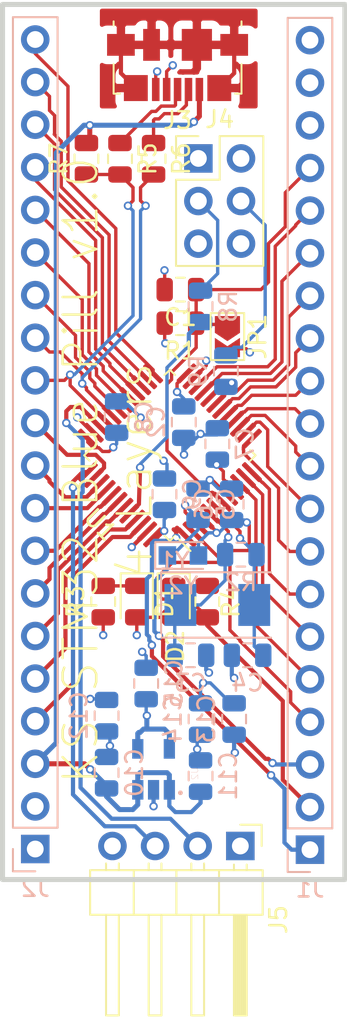
<source format=kicad_pcb>
(kicad_pcb (version 20171130) (host pcbnew 5.1.5+dfsg1-2build2)
  (layers (0 F.Cu signal) (1 GND signal hide) (2 3V3 signal hide) (31 B.Cu signal) (34 B.Paste user hide) (35 F.Paste user hide) (36 B.SilkS user) (37 F.SilkS user) (38 B.Mask user hide) (39 F.Mask user hide) (44 Edge.Cuts user))
  (net 0 "")
  (net 1 GND)
  (net 2 /RESET)
  (net 3 /3V3)
  (net 4 /OSCIN)
  (net 5 /OSCOUT)
  (net 6 /PC14)
  (net 7 /PC15)
  (net 8 /5V)
  (net 9 "Net-(D1-Pad1)")
  (net 10 "Net-(D2-Pad1)")
  (net 11 /PB11)
  (net 12 /PB10)
  (net 13 /PB1)
  (net 14 /PB0)
  (net 15 /PA7)
  (net 16 /PA6)
  (net 17 /PA5)
  (net 18 /PA4)
  (net 19 /PA3)
  (net 20 /PA2)
  (net 21 /PA1)
  (net 22 /PA0)
  (net 23 /PC13)
  (net 24 /VBAT)
  (net 25 /PB12)
  (net 26 /PB13)
  (net 27 /PB14)
  (net 28 /PB15)
  (net 29 /PA8)
  (net 30 /PA9)
  (net 31 /PA10)
  (net 32 /PA15)
  (net 33 /PB3)
  (net 34 /PB4)
  (net 35 /PB5)
  (net 36 /PB6)
  (net 37 /PB7)
  (net 38 /PB8)
  (net 39 /PB9)
  (net 40 "Net-(J3-Pad6)")
  (net 41 "Net-(J4-Pad4)")
  (net 42 "Net-(J4-Pad3)")
  (net 43 /SWCLK)
  (net 44 /SWIO)
  (net 45 /BOOT0)
  (net 46 /BOOT1)
  (net 47 /USB_P)
  (net 48 /USB_N)
  (net 49 /USB_CPU_P)
  (net 50 /USB_CPU_N)
  (module Jumper:SolderJumper-2_P1.3mm_Open_TrianglePad1.0x1.5mm (layer F.Cu) (at 133.4 79.8 270)
    (fp_text reference JP1 (at 0 -1.8 90) (layer F.SilkS))
    (fp_text value JP_Jumper_Small)
    (pad 1 smd custom (at -0.725 0 270) (size 0.3 0.3) (layers F.Cu F.Mask) (net 2 /RESET) (options (clearance outline) (anchor rect)) (primitives (gr_poly (pts (xy -0.5 -0.75) (xy 0.5 -0.75) (xy 1 0) (xy 0.5 0.75) (xy -0.5 0.75)) (width 0))))
    (pad 2 smd custom (at 0.725 0 270) (size 0.3 0.3) (layers F.Cu F.Mask) (net 1 GND) (options (clearance outline) (anchor rect)) (primitives (gr_poly (pts (xy -0.65 -0.75) (xy 0.5 -0.75) (xy 0.5 0.75) (xy -0.65 0.75) (xy -0.15 0)) (width 0))))
  )
  (module Connector_USB:USB_Micro-B_Molex_47346-0001 (layer F.Cu) (at 130.43 63.61 180)
    (fp_text reference J3 (at 0 -3.3 180) (layer F.SilkS))
    (fp_text value USB_B_Micro)
    (pad 6 smd rect (at 1.55 1.2 180) (size 1 1.9) (layers F.Cu F.Paste F.Mask) (net 40 "Net-(J3-Pad6)"))
    (pad 6 smd rect (at -1.15 1.2 180) (size 1.8 1.9) (layers F.Cu F.Paste F.Mask) (net 40 "Net-(J3-Pad6)"))
    (pad 6 smd rect (at 3.375 1.2 180) (size 1.65 1.3) (layers F.Cu F.Paste F.Mask) (net 40 "Net-(J3-Pad6)"))
    (pad 6 smd rect (at -3.375 1.2 180) (size 1.65 1.3) (layers F.Cu F.Paste F.Mask) (net 40 "Net-(J3-Pad6)"))
    (pad 6 smd rect (at 2.4875 -1.375 180) (size 1.425 1.55) (layers F.Cu F.Paste F.Mask) (net 40 "Net-(J3-Pad6)"))
    (pad 6 smd rect (at -2.4875 -1.375 180) (size 1.425 1.55) (layers F.Cu F.Paste F.Mask) (net 40 "Net-(J3-Pad6)"))
    (pad 5 smd rect (at 1.3 -1.46 180) (size 0.45 1.38) (layers F.Cu F.Paste F.Mask) (net 1 GND))
    (pad 4 smd rect (at 0.65 -1.46 180) (size 0.45 1.38) (layers F.Cu F.Paste F.Mask) (net 1 GND))
    (pad 3 smd rect (at 0 -1.46 180) (size 0.45 1.38) (layers F.Cu F.Paste F.Mask) (net 47 /USB_P))
    (pad 2 smd rect (at -0.65 -1.46 180) (size 0.45 1.38) (layers F.Cu F.Paste F.Mask) (net 48 /USB_N))
    (pad 1 smd rect (at -1.3 -1.46 180) (size 0.45 1.38) (layers F.Cu F.Paste F.Mask) (net 8 /5V))
  )
  (module Crystal:Crystal_SMD_2012-2Pin_2.0x1.2mm_HandSoldering (layer B.Cu) (at 130.75 92.85)
    (fp_text reference Y2 (at 0 1.8 180) (layer B.SilkS) (effects (justify mirror)))
    (fp_text value Crystal)
    (pad 2 smd rect (at 0.925 0) (size 1.05 1.1) (layers B.Cu B.Paste B.Mask) (net 7 /PC15))
    (pad 1 smd rect (at -0.925 0) (size 1.05 1.1) (layers B.Cu B.Paste B.Mask) (net 6 /PC14))
  )
  (module Crystal:Crystal_SMD_0603-2Pin_6.0x3.5mm (layer B.Cu) (at 132.8 95.8)
    (fp_text reference Y1 (at -2.565 -2.62) (layer B.SilkS) (effects (justify mirror)))
    (fp_text value Crystal)
    (pad 2 smd rect (at 2.2 0) (size 1.9 2.5) (layers B.Cu B.Paste B.Mask) (net 5 /OSCOUT))
    (pad 1 smd rect (at -2.2 0) (size 1.9 2.5) (layers B.Cu B.Paste B.Mask) (net 4 /OSCIN))
  )
  (module STM32_blue_pill:SOT94P279X129-5N (layer B.Cu) (at 129 105.6 90)
    (fp_text reference U2 (at -0.250735 2.457239 90) (layer B.SilkS) (effects (font (size 0.394865 0.394865) (thickness 0.015)) (justify mirror)))
    (fp_text value RT9193-33GB)
    (pad 1 smd rect (at -1.22 0.94 90) (size 1.17 0.67) (layers B.Cu B.Paste B.Mask) (net 8 /5V))
    (pad 2 smd rect (at -1.22 0 90) (size 1.17 0.67) (layers B.Cu B.Paste B.Mask) (net 1 GND))
    (pad 3 smd rect (at -1.22 -0.94 90) (size 1.17 0.67) (layers B.Cu B.Paste B.Mask) (net 8 /5V))
    (pad 4 smd rect (at 1.22 -0.94 90) (size 1.17 0.67) (layers B.Cu B.Paste B.Mask) (net 3 /3V3))
    (pad 5 smd rect (at 1.22 0.94 90) (size 1.17 0.67) (layers B.Cu B.Paste B.Mask) (net 3 /3V3))
  )
  (module Package_QFP:LQFP-48_7x7mm_P0.5mm (layer F.Cu) (at 129.971212 86.882124 135)
    (fp_text reference U1 (at 0 -5.85 135) (layer F.SilkS))
    (fp_text value STM32F103C8Tx)
    (pad 48 smd roundrect (at -2.75 -4.1625 135) (size 0.3 1.475) (layers F.Cu F.Paste F.Mask) (net 3 /3V3))
    (pad 47 smd roundrect (at -2.25 -4.1625 135) (size 0.3 1.475) (layers F.Cu F.Paste F.Mask) (net 1 GND))
    (pad 46 smd roundrect (at -1.75 -4.1625 135) (size 0.3 1.475) (layers F.Cu F.Paste F.Mask) (net 39 /PB9))
    (pad 45 smd roundrect (at -1.25 -4.1625 135) (size 0.3 1.475) (layers F.Cu F.Paste F.Mask) (net 38 /PB8))
    (pad 44 smd roundrect (at -0.75 -4.1625 135) (size 0.3 1.475) (layers F.Cu F.Paste F.Mask) (net 45 /BOOT0))
    (pad 43 smd roundrect (at -0.25 -4.1625 135) (size 0.3 1.475) (layers F.Cu F.Paste F.Mask) (net 37 /PB7))
    (pad 42 smd roundrect (at 0.25 -4.1625 135) (size 0.3 1.475) (layers F.Cu F.Paste F.Mask) (net 36 /PB6))
    (pad 41 smd roundrect (at 0.75 -4.1625 135) (size 0.3 1.475) (layers F.Cu F.Paste F.Mask) (net 35 /PB5))
    (pad 40 smd roundrect (at 1.25 -4.1625 135) (size 0.3 1.475) (layers F.Cu F.Paste F.Mask) (net 34 /PB4))
    (pad 39 smd roundrect (at 1.75 -4.1625 135) (size 0.3 1.475) (layers F.Cu F.Paste F.Mask) (net 33 /PB3))
    (pad 38 smd roundrect (at 2.25 -4.1625 135) (size 0.3 1.475) (layers F.Cu F.Paste F.Mask) (net 32 /PA15))
    (pad 37 smd roundrect (at 2.75 -4.1625 135) (size 0.3 1.475) (layers F.Cu F.Paste F.Mask) (net 43 /SWCLK))
    (pad 36 smd roundrect (at 4.1625 -2.75 135) (size 1.475 0.3) (layers F.Cu F.Paste F.Mask) (net 3 /3V3))
    (pad 35 smd roundrect (at 4.1625 -2.25 135) (size 1.475 0.3) (layers F.Cu F.Paste F.Mask) (net 1 GND))
    (pad 34 smd roundrect (at 4.1625 -1.75 135) (size 1.475 0.3) (layers F.Cu F.Paste F.Mask) (net 44 /SWIO))
    (pad 33 smd roundrect (at 4.1625 -1.25 135) (size 1.475 0.3) (layers F.Cu F.Paste F.Mask) (net 49 /USB_CPU_P))
    (pad 32 smd roundrect (at 4.1625 -0.75 135) (size 1.475 0.3) (layers F.Cu F.Paste F.Mask) (net 50 /USB_CPU_N))
    (pad 31 smd roundrect (at 4.1625 -0.25 135) (size 1.475 0.3) (layers F.Cu F.Paste F.Mask) (net 31 /PA10))
    (pad 30 smd roundrect (at 4.1625 0.25 135) (size 1.475 0.3) (layers F.Cu F.Paste F.Mask) (net 30 /PA9))
    (pad 29 smd roundrect (at 4.1625 0.75 135) (size 1.475 0.3) (layers F.Cu F.Paste F.Mask) (net 29 /PA8))
    (pad 28 smd roundrect (at 4.1625 1.25 135) (size 1.475 0.3) (layers F.Cu F.Paste F.Mask) (net 28 /PB15))
    (pad 27 smd roundrect (at 4.1625 1.75 135) (size 1.475 0.3) (layers F.Cu F.Paste F.Mask) (net 27 /PB14))
    (pad 26 smd roundrect (at 4.1625 2.25 135) (size 1.475 0.3) (layers F.Cu F.Paste F.Mask) (net 26 /PB13))
    (pad 25 smd roundrect (at 4.1625 2.75 135) (size 1.475 0.3) (layers F.Cu F.Paste F.Mask) (net 25 /PB12))
    (pad 24 smd roundrect (at 2.75 4.1625 135) (size 0.3 1.475) (layers F.Cu F.Paste F.Mask) (net 3 /3V3))
    (pad 23 smd roundrect (at 2.25 4.1625 135) (size 0.3 1.475) (layers F.Cu F.Paste F.Mask) (net 1 GND))
    (pad 22 smd roundrect (at 1.75 4.1625 135) (size 0.3 1.475) (layers F.Cu F.Paste F.Mask) (net 11 /PB11))
    (pad 21 smd roundrect (at 1.25 4.1625 135) (size 0.3 1.475) (layers F.Cu F.Paste F.Mask) (net 12 /PB10))
    (pad 20 smd roundrect (at 0.75 4.1625 135) (size 0.3 1.475) (layers F.Cu F.Paste F.Mask) (net 46 /BOOT1))
    (pad 19 smd roundrect (at 0.25 4.1625 135) (size 0.3 1.475) (layers F.Cu F.Paste F.Mask) (net 13 /PB1))
    (pad 18 smd roundrect (at -0.25 4.1625 135) (size 0.3 1.475) (layers F.Cu F.Paste F.Mask) (net 14 /PB0))
    (pad 17 smd roundrect (at -0.75 4.1625 135) (size 0.3 1.475) (layers F.Cu F.Paste F.Mask) (net 15 /PA7))
    (pad 16 smd roundrect (at -1.25 4.1625 135) (size 0.3 1.475) (layers F.Cu F.Paste F.Mask) (net 16 /PA6))
    (pad 15 smd roundrect (at -1.75 4.1625 135) (size 0.3 1.475) (layers F.Cu F.Paste F.Mask) (net 17 /PA5))
    (pad 14 smd roundrect (at -2.25 4.1625 135) (size 0.3 1.475) (layers F.Cu F.Paste F.Mask) (net 18 /PA4))
    (pad 13 smd roundrect (at -2.75 4.1625 135) (size 0.3 1.475) (layers F.Cu F.Paste F.Mask) (net 19 /PA3))
    (pad 12 smd roundrect (at -4.1625 2.75 135) (size 1.475 0.3) (layers F.Cu F.Paste F.Mask) (net 20 /PA2))
    (pad 11 smd roundrect (at -4.1625 2.25 135) (size 1.475 0.3) (layers F.Cu F.Paste F.Mask) (net 21 /PA1))
    (pad 10 smd roundrect (at -4.1625 1.75 135) (size 1.475 0.3) (layers F.Cu F.Paste F.Mask) (net 22 /PA0))
    (pad 9 smd roundrect (at -4.1625 1.25 135) (size 1.475 0.3) (layers F.Cu F.Paste F.Mask) (net 3 /3V3))
    (pad 8 smd roundrect (at -4.1625 0.75 135) (size 1.475 0.3) (layers F.Cu F.Paste F.Mask) (net 1 GND))
    (pad 7 smd roundrect (at -4.1625 0.25 135) (size 1.475 0.3) (layers F.Cu F.Paste F.Mask) (net 2 /RESET))
    (pad 6 smd roundrect (at -4.1625 -0.25 135) (size 1.475 0.3) (layers F.Cu F.Paste F.Mask) (net 5 /OSCOUT))
    (pad 5 smd roundrect (at -4.1625 -0.75 135) (size 1.475 0.3) (layers F.Cu F.Paste F.Mask) (net 4 /OSCIN))
    (pad 4 smd roundrect (at -4.1625 -1.25 135) (size 1.475 0.3) (layers F.Cu F.Paste F.Mask) (net 7 /PC15))
    (pad 3 smd roundrect (at -4.1625 -1.75 135) (size 1.475 0.3) (layers F.Cu F.Paste F.Mask) (net 6 /PC14))
    (pad 2 smd roundrect (at -4.1625 -2.25 135) (size 1.475 0.3) (layers F.Cu F.Paste F.Mask) (net 23 /PC13))
    (pad 1 smd roundrect (at -4.1625 -2.75 135) (size 1.475 0.3) (layers F.Cu F.Paste F.Mask) (net 24 /VBAT))
  )
  (module Resistor_SMD:R_0805_2012Metric (layer B.Cu) (at 133.31 81.86 270)
    (fp_text reference R9 (at 0 1.65 90) (layer B.SilkS) (effects (justify mirror)))
    (fp_text value R)
    (pad 2 smd roundrect (at 0.9375 0 270) (size 0.975 1.4) (layers B.Cu B.Paste B.Mask) (net 46 /BOOT1))
    (pad 1 smd roundrect (at -0.9375 0 270) (size 0.975 1.4) (layers B.Cu B.Paste B.Mask) (net 41 "Net-(J4-Pad4)"))
  )
  (module Resistor_SMD:R_0805_2012Metric (layer B.Cu) (at 131.8 78 90)
    (fp_text reference R8 (at 0 1.65 90) (layer B.SilkS) (effects (justify mirror)))
    (fp_text value R)
    (pad 2 smd roundrect (at 0.9375 0 90) (size 0.975 1.4) (layers B.Cu B.Paste B.Mask) (net 42 "Net-(J4-Pad3)"))
    (pad 1 smd roundrect (at -0.9375 0 90) (size 0.975 1.4) (layers B.Cu B.Paste B.Mask) (net 45 /BOOT0))
  )
  (module Resistor_SMD:R_0805_2012Metric (layer F.Cu) (at 125 69.2 90)
    (fp_text reference R7 (at 0 -1.65 270) (layer F.SilkS))
    (fp_text value R)
    (pad 2 smd roundrect (at 0.9375 0 90) (size 0.975 1.4) (layers F.Cu F.Paste F.Mask) (net 8 /5V))
    (pad 1 smd roundrect (at -0.9375 0 90) (size 0.975 1.4) (layers F.Cu F.Paste F.Mask) (net 49 /USB_CPU_P))
  )
  (module Resistor_SMD:R_0805_2012Metric (layer F.Cu) (at 129 69.2 270)
    (fp_text reference R6 (at 0 -1.65 270) (layer F.SilkS))
    (fp_text value R)
    (pad 2 smd roundrect (at 0.9375 0 270) (size 0.975 1.4) (layers F.Cu F.Paste F.Mask) (net 50 /USB_CPU_N))
    (pad 1 smd roundrect (at -0.9375 0 270) (size 0.975 1.4) (layers F.Cu F.Paste F.Mask) (net 48 /USB_N))
  )
  (module Resistor_SMD:R_0805_2012Metric (layer F.Cu) (at 127 69.2 270)
    (fp_text reference R5 (at 0 -1.65 270) (layer F.SilkS))
    (fp_text value R)
    (pad 2 smd roundrect (at 0.9375 0 270) (size 0.975 1.4) (layers F.Cu F.Paste F.Mask) (net 49 /USB_CPU_P))
    (pad 1 smd roundrect (at -0.9375 0 270) (size 0.975 1.4) (layers F.Cu F.Paste F.Mask) (net 47 /USB_P))
  )
  (module Resistor_SMD:R_0805_2012Metric (layer F.Cu) (at 132.2 95.6 90)
    (fp_text reference R4 (at 0 1.4 270) (layer F.SilkS))
    (fp_text value R)
    (pad 2 smd roundrect (at 0.9375 0 90) (size 0.975 1.4) (layers F.Cu F.Paste F.Mask) (net 10 "Net-(D2-Pad1)"))
    (pad 1 smd roundrect (at -0.9375 0 90) (size 0.975 1.4) (layers F.Cu F.Paste F.Mask) (net 23 /PC13))
  )
  (module Resistor_SMD:R_0805_2012Metric (layer F.Cu) (at 126 95.6 90)
    (fp_text reference R3 (at 0 -1.65 270) (layer F.SilkS))
    (fp_text value R)
    (pad 2 smd roundrect (at 0.9375 0 90) (size 0.975 1.4) (layers F.Cu F.Paste F.Mask) (net 9 "Net-(D1-Pad1)"))
    (pad 1 smd roundrect (at -0.9375 0 90) (size 0.975 1.4) (layers F.Cu F.Paste F.Mask) (net 1 GND))
  )
  (module Resistor_SMD:R_0805_2012Metric (layer B.Cu) (at 134.2 92.8)
    (fp_text reference R2 (at 0 1.65) (layer B.SilkS) (effects (justify mirror)))
    (fp_text value R)
    (pad 2 smd roundrect (at 0.9375 0) (size 0.975 1.4) (layers B.Cu B.Paste B.Mask) (net 5 /OSCOUT))
    (pad 1 smd roundrect (at -0.9375 0) (size 0.975 1.4) (layers B.Cu B.Paste B.Mask) (net 4 /OSCIN))
  )
  (module Resistor_SMD:R_0805_2012Metric (layer F.Cu) (at 130.6 79 180)
    (fp_text reference R1 (at 0 -1.65 180) (layer F.SilkS))
    (fp_text value R)
    (pad 2 smd roundrect (at 0.9375 0 180) (size 0.975 1.4) (layers F.Cu F.Paste F.Mask) (net 3 /3V3))
    (pad 1 smd roundrect (at -0.9375 0 180) (size 0.975 1.4) (layers F.Cu F.Paste F.Mask) (net 2 /RESET))
  )
  (module Connector_PinHeader_2.54mm:PinHeader_1x04_P2.54mm_Horizontal (layer F.Cu) (at 134.17 110.17 270)
    (fp_text reference J5 (at 4.385 -2.27 90) (layer F.SilkS))
    (fp_text value Conn_01x04)
    (pad 4 thru_hole oval (at 0 7.62 270) (size 1.7 1.7) (drill 1) (layers *.Cu *.Mask) (net 1 GND))
    (pad 3 thru_hole oval (at 0 5.08 270) (size 1.7 1.7) (drill 1) (layers *.Cu *.Mask) (net 43 /SWCLK))
    (pad 2 thru_hole oval (at 0 2.54 270) (size 1.7 1.7) (drill 1) (layers *.Cu *.Mask) (net 44 /SWIO))
    (pad 1 thru_hole rect (at 0 0 270) (size 1.7 1.7) (drill 1) (layers *.Cu *.Mask) (net 3 /3V3))
  )
  (module Connector_PinHeader_2.54mm:PinHeader_2x03_P2.54mm_Vertical (layer F.Cu) (at 131.67 69.18)
    (fp_text reference J4 (at 1.27 -2.33) (layer F.SilkS))
    (fp_text value Conn_02x03_Odd_Even)
    (pad 6 thru_hole oval (at 2.54 5.08) (size 1.7 1.7) (drill 1) (layers *.Cu *.Mask) (net 1 GND))
    (pad 5 thru_hole oval (at 0 5.08) (size 1.7 1.7) (drill 1) (layers *.Cu *.Mask) (net 1 GND))
    (pad 4 thru_hole oval (at 2.54 2.54) (size 1.7 1.7) (drill 1) (layers *.Cu *.Mask) (net 41 "Net-(J4-Pad4)"))
    (pad 3 thru_hole oval (at 0 2.54) (size 1.7 1.7) (drill 1) (layers *.Cu *.Mask) (net 42 "Net-(J4-Pad3)"))
    (pad 2 thru_hole oval (at 2.54 0) (size 1.7 1.7) (drill 1) (layers *.Cu *.Mask) (net 3 /3V3))
    (pad 1 thru_hole rect (at 0 0) (size 1.7 1.7) (drill 1) (layers *.Cu *.Mask) (net 3 /3V3))
  )
  (module Connector_PinHeader_2.54mm:PinHeader_1x20_P2.54mm_Vertical (layer B.Cu) (at 121.95 110.35)
    (fp_text reference J2 (at 0 2.33) (layer B.SilkS) (effects (justify mirror)))
    (fp_text value Conn_01x20)
    (pad 20 thru_hole oval (at 0 -48.26) (size 1.7 1.7) (drill 1) (layers *.Cu *.Mask) (net 25 /PB12))
    (pad 19 thru_hole oval (at 0 -45.72) (size 1.7 1.7) (drill 1) (layers *.Cu *.Mask) (net 26 /PB13))
    (pad 18 thru_hole oval (at 0 -43.18) (size 1.7 1.7) (drill 1) (layers *.Cu *.Mask) (net 27 /PB14))
    (pad 17 thru_hole oval (at 0 -40.64) (size 1.7 1.7) (drill 1) (layers *.Cu *.Mask) (net 28 /PB15))
    (pad 16 thru_hole oval (at 0 -38.1) (size 1.7 1.7) (drill 1) (layers *.Cu *.Mask) (net 29 /PA8))
    (pad 15 thru_hole oval (at 0 -35.56) (size 1.7 1.7) (drill 1) (layers *.Cu *.Mask) (net 30 /PA9))
    (pad 14 thru_hole oval (at 0 -33.02) (size 1.7 1.7) (drill 1) (layers *.Cu *.Mask) (net 31 /PA10))
    (pad 13 thru_hole oval (at 0 -30.48) (size 1.7 1.7) (drill 1) (layers *.Cu *.Mask) (net 50 /USB_CPU_N))
    (pad 12 thru_hole oval (at 0 -27.94) (size 1.7 1.7) (drill 1) (layers *.Cu *.Mask) (net 49 /USB_CPU_P))
    (pad 11 thru_hole oval (at 0 -25.4) (size 1.7 1.7) (drill 1) (layers *.Cu *.Mask) (net 32 /PA15))
    (pad 10 thru_hole oval (at 0 -22.86) (size 1.7 1.7) (drill 1) (layers *.Cu *.Mask) (net 33 /PB3))
    (pad 9 thru_hole oval (at 0 -20.32) (size 1.7 1.7) (drill 1) (layers *.Cu *.Mask) (net 34 /PB4))
    (pad 8 thru_hole oval (at 0 -17.78) (size 1.7 1.7) (drill 1) (layers *.Cu *.Mask) (net 35 /PB5))
    (pad 7 thru_hole oval (at 0 -15.24) (size 1.7 1.7) (drill 1) (layers *.Cu *.Mask) (net 36 /PB6))
    (pad 6 thru_hole oval (at 0 -12.7) (size 1.7 1.7) (drill 1) (layers *.Cu *.Mask) (net 37 /PB7))
    (pad 5 thru_hole oval (at 0 -10.16) (size 1.7 1.7) (drill 1) (layers *.Cu *.Mask) (net 38 /PB8))
    (pad 4 thru_hole oval (at 0 -7.62) (size 1.7 1.7) (drill 1) (layers *.Cu *.Mask) (net 39 /PB9))
    (pad 3 thru_hole oval (at 0 -5.08) (size 1.7 1.7) (drill 1) (layers *.Cu *.Mask) (net 8 /5V))
    (pad 2 thru_hole oval (at 0 -2.54) (size 1.7 1.7) (drill 1) (layers *.Cu *.Mask) (net 1 GND))
    (pad 1 thru_hole rect (at 0 0) (size 1.7 1.7) (drill 1) (layers *.Cu *.Mask) (net 3 /3V3))
  )
  (module Connector_PinHeader_2.54mm:PinHeader_1x20_P2.54mm_Vertical (layer B.Cu) (at 138.32 110.39)
    (fp_text reference J1 (at 0 2.33) (layer B.SilkS) (effects (justify mirror)))
    (fp_text value Conn_01x20)
    (pad 20 thru_hole oval (at 0 -48.26) (size 1.7 1.7) (drill 1) (layers *.Cu *.Mask) (net 1 GND))
    (pad 19 thru_hole oval (at 0 -45.72) (size 1.7 1.7) (drill 1) (layers *.Cu *.Mask) (net 1 GND))
    (pad 18 thru_hole oval (at 0 -43.18) (size 1.7 1.7) (drill 1) (layers *.Cu *.Mask) (net 3 /3V3))
    (pad 17 thru_hole oval (at 0 -40.64) (size 1.7 1.7) (drill 1) (layers *.Cu *.Mask) (net 2 /RESET))
    (pad 16 thru_hole oval (at 0 -38.1) (size 1.7 1.7) (drill 1) (layers *.Cu *.Mask) (net 11 /PB11))
    (pad 15 thru_hole oval (at 0 -35.56) (size 1.7 1.7) (drill 1) (layers *.Cu *.Mask) (net 12 /PB10))
    (pad 14 thru_hole oval (at 0 -33.02) (size 1.7 1.7) (drill 1) (layers *.Cu *.Mask) (net 13 /PB1))
    (pad 13 thru_hole oval (at 0 -30.48) (size 1.7 1.7) (drill 1) (layers *.Cu *.Mask) (net 14 /PB0))
    (pad 12 thru_hole oval (at 0 -27.94) (size 1.7 1.7) (drill 1) (layers *.Cu *.Mask) (net 15 /PA7))
    (pad 11 thru_hole oval (at 0 -25.4) (size 1.7 1.7) (drill 1) (layers *.Cu *.Mask) (net 16 /PA6))
    (pad 10 thru_hole oval (at 0 -22.86) (size 1.7 1.7) (drill 1) (layers *.Cu *.Mask) (net 17 /PA5))
    (pad 9 thru_hole oval (at 0 -20.32) (size 1.7 1.7) (drill 1) (layers *.Cu *.Mask) (net 18 /PA4))
    (pad 8 thru_hole oval (at 0 -17.78) (size 1.7 1.7) (drill 1) (layers *.Cu *.Mask) (net 19 /PA3))
    (pad 7 thru_hole oval (at 0 -15.24) (size 1.7 1.7) (drill 1) (layers *.Cu *.Mask) (net 20 /PA2))
    (pad 6 thru_hole oval (at 0 -12.7) (size 1.7 1.7) (drill 1) (layers *.Cu *.Mask) (net 21 /PA1))
    (pad 5 thru_hole oval (at 0 -10.16) (size 1.7 1.7) (drill 1) (layers *.Cu *.Mask) (net 22 /PA0))
    (pad 4 thru_hole oval (at 0 -7.62) (size 1.7 1.7) (drill 1) (layers *.Cu *.Mask) (net 7 /PC15))
    (pad 3 thru_hole oval (at 0 -5.08) (size 1.7 1.7) (drill 1) (layers *.Cu *.Mask) (net 6 /PC14))
    (pad 2 thru_hole oval (at 0 -2.54) (size 1.7 1.7) (drill 1) (layers *.Cu *.Mask) (net 23 /PC13))
    (pad 1 thru_hole rect (at 0 0) (size 1.7 1.7) (drill 1) (layers *.Cu *.Mask) (net 24 /VBAT))
  )
  (module LED_SMD:LED_0805_2012Metric (layer F.Cu) (at 130.2 95.6 270)
    (fp_text reference D2 (at 2.67 -0.095 90) (layer F.SilkS))
    (fp_text value LED)
    (pad 2 smd roundrect (at 0.9375 0 270) (size 0.975 1.4) (layers F.Cu F.Paste F.Mask) (net 3 /3V3))
    (pad 1 smd roundrect (at -0.9375 0 270) (size 0.975 1.4) (layers F.Cu F.Paste F.Mask) (net 10 "Net-(D2-Pad1)"))
  )
  (module LED_SMD:LED_0805_2012Metric (layer F.Cu) (at 128 95.6 270)
    (fp_text reference D1 (at 0 -1.65 90) (layer F.SilkS))
    (fp_text value LED)
    (pad 2 smd roundrect (at 0.9375 0 270) (size 0.975 1.4) (layers F.Cu F.Paste F.Mask) (net 3 /3V3))
    (pad 1 smd roundrect (at -0.9375 0 270) (size 0.975 1.4) (layers F.Cu F.Paste F.Mask) (net 9 "Net-(D1-Pad1)"))
  )
  (module Capacitor_SMD:C_0805_2012Metric (layer B.Cu) (at 128.56 100.4825 90)
    (fp_text reference C15 (at 0 1.65 90) (layer B.SilkS) (effects (justify mirror)))
    (fp_text value C)
    (pad 2 smd roundrect (at 0.9375 0 90) (size 0.975 1.4) (layers B.Cu B.Paste B.Mask) (net 1 GND))
    (pad 1 smd roundrect (at -0.9375 0 90) (size 0.975 1.4) (layers B.Cu B.Paste B.Mask) (net 3 /3V3))
  )
  (module Capacitor_SMD:C_0805_2012Metric (layer B.Cu) (at 131.8 102.6 270)
    (fp_text reference C14 (at 0 1.65 90) (layer B.SilkS) (effects (justify mirror)))
    (fp_text value C)
    (pad 2 smd roundrect (at 0.9375 0 270) (size 0.975 1.4) (layers B.Cu B.Paste B.Mask) (net 1 GND))
    (pad 1 smd roundrect (at -0.9375 0 270) (size 0.975 1.4) (layers B.Cu B.Paste B.Mask) (net 3 /3V3))
  )
  (module Capacitor_SMD:C_0805_2012Metric (layer B.Cu) (at 133.8 102.6 270)
    (fp_text reference C13 (at 0 1.65 90) (layer B.SilkS) (effects (justify mirror)))
    (fp_text value C)
    (pad 2 smd roundrect (at 0.9375 0 270) (size 0.975 1.4) (layers B.Cu B.Paste B.Mask) (net 1 GND))
    (pad 1 smd roundrect (at -0.9375 0 270) (size 0.975 1.4) (layers B.Cu B.Paste B.Mask) (net 3 /3V3))
  )
  (module Capacitor_SMD:C_0805_2012Metric (layer B.Cu) (at 126.2 102.4 270)
    (fp_text reference C12 (at 0 1.65 90) (layer B.SilkS) (effects (justify mirror)))
    (fp_text value C)
    (pad 2 smd roundrect (at 0.9375 0 270) (size 0.975 1.4) (layers B.Cu B.Paste B.Mask) (net 1 GND))
    (pad 1 smd roundrect (at -0.9375 0 270) (size 0.975 1.4) (layers B.Cu B.Paste B.Mask) (net 3 /3V3))
  )
  (module Capacitor_SMD:C_0805_2012Metric (layer B.Cu) (at 131.8 106 90)
    (fp_text reference C11 (at 0 1.65 90) (layer B.SilkS) (effects (justify mirror)))
    (fp_text value C)
    (pad 2 smd roundrect (at 0.9375 0 90) (size 0.975 1.4) (layers B.Cu B.Paste B.Mask) (net 1 GND))
    (pad 1 smd roundrect (at -0.9375 0 90) (size 0.975 1.4) (layers B.Cu B.Paste B.Mask) (net 8 /5V))
  )
  (module Capacitor_SMD:C_0805_2012Metric (layer B.Cu) (at 126.2 105.8 90)
    (fp_text reference C10 (at 0 1.65 90) (layer B.SilkS) (effects (justify mirror)))
    (fp_text value C)
    (pad 2 smd roundrect (at 0.9375 0 90) (size 0.975 1.4) (layers B.Cu B.Paste B.Mask) (net 1 GND))
    (pad 1 smd roundrect (at -0.9375 0 90) (size 0.975 1.4) (layers B.Cu B.Paste B.Mask) (net 8 /5V))
  )
  (module Capacitor_SMD:C_0805_2012Metric (layer B.Cu) (at 129.65 89.2 90)
    (fp_text reference C9 (at 0 1.65 90) (layer B.SilkS) (effects (justify mirror)))
    (fp_text value C)
    (pad 2 smd roundrect (at 0.9375 0 90) (size 0.975 1.4) (layers B.Cu B.Paste B.Mask) (net 1 GND))
    (pad 1 smd roundrect (at -0.9375 0 90) (size 0.975 1.4) (layers B.Cu B.Paste B.Mask) (net 3 /3V3))
  )
  (module Capacitor_SMD:C_0805_2012Metric (layer B.Cu) (at 126.8 84.6 90)
    (fp_text reference C8 (at 0 1.65 90) (layer B.SilkS) (effects (justify mirror)))
    (fp_text value C)
    (pad 2 smd roundrect (at 0.9375 0 90) (size 0.975 1.4) (layers B.Cu B.Paste B.Mask) (net 1 GND))
    (pad 1 smd roundrect (at -0.9375 0 90) (size 0.975 1.4) (layers B.Cu B.Paste B.Mask) (net 3 /3V3))
  )
  (module Capacitor_SMD:C_0805_2012Metric (layer B.Cu) (at 132.8 86.2 90)
    (fp_text reference C7 (at 0 1.65 90) (layer B.SilkS) (effects (justify mirror)))
    (fp_text value C)
    (pad 2 smd roundrect (at 0.9375 0 90) (size 0.975 1.4) (layers B.Cu B.Paste B.Mask) (net 1 GND))
    (pad 1 smd roundrect (at -0.9375 0 90) (size 0.975 1.4) (layers B.Cu B.Paste B.Mask) (net 3 /3V3))
  )
  (module Capacitor_SMD:C_0805_2012Metric (layer B.Cu) (at 133.65 89.8 270)
    (fp_text reference C6 (at 0 1.65 90) (layer B.SilkS) (effects (justify mirror)))
    (fp_text value C)
    (pad 2 smd roundrect (at 0.9375 0 270) (size 0.975 1.4) (layers B.Cu B.Paste B.Mask) (net 7 /PC15))
    (pad 1 smd roundrect (at -0.9375 0 270) (size 0.975 1.4) (layers B.Cu B.Paste B.Mask) (net 1 GND))
  )
  (module Capacitor_SMD:C_0805_2012Metric (layer B.Cu) (at 131.65 89.8 90)
    (fp_text reference C5 (at 0 1.65 -90) (layer B.SilkS) (effects (justify mirror)))
    (fp_text value C)
    (pad 2 smd roundrect (at 0.9375 0 90) (size 0.975 1.4) (layers B.Cu B.Paste B.Mask) (net 1 GND))
    (pad 1 smd roundrect (at -0.9375 0 90) (size 0.975 1.4) (layers B.Cu B.Paste B.Mask) (net 6 /PC14))
  )
  (module Capacitor_SMD:C_0805_2012Metric (layer B.Cu) (at 134.6 98.8)
    (fp_text reference C4 (at 0 1.65 -180) (layer B.SilkS) (effects (justify mirror)))
    (fp_text value C)
    (pad 2 smd roundrect (at 0.9375 0) (size 0.975 1.4) (layers B.Cu B.Paste B.Mask) (net 5 /OSCOUT))
    (pad 1 smd roundrect (at -0.9375 0) (size 0.975 1.4) (layers B.Cu B.Paste B.Mask) (net 1 GND))
  )
  (module Capacitor_SMD:C_0805_2012Metric (layer B.Cu) (at 131.2 98.8)
    (fp_text reference C3 (at 0 1.65 -180) (layer B.SilkS) (effects (justify mirror)))
    (fp_text value C)
    (pad 2 smd roundrect (at 0.9375 0) (size 0.975 1.4) (layers B.Cu B.Paste B.Mask) (net 1 GND))
    (pad 1 smd roundrect (at -0.9375 0) (size 0.975 1.4) (layers B.Cu B.Paste B.Mask) (net 4 /OSCIN))
  )
  (module Capacitor_SMD:C_0805_2012Metric (layer B.Cu) (at 130.8 84.9 270)
    (fp_text reference C2 (at 0 1.65 90) (layer B.SilkS) (effects (justify mirror)))
    (fp_text value C)
    (pad 2 smd roundrect (at 0.9375 0 270) (size 0.975 1.4) (layers B.Cu B.Paste B.Mask) (net 1 GND))
    (pad 1 smd roundrect (at -0.9375 0 270) (size 0.975 1.4) (layers B.Cu B.Paste B.Mask) (net 3 /3V3))
  )
  (module Capacitor_SMD:C_0805_2012Metric (layer F.Cu) (at 130.6 77 180)
    (fp_text reference C1 (at 0 -1.65 180) (layer F.SilkS))
    (fp_text value C)
    (pad 2 smd roundrect (at 0.9375 0 180) (size 0.975 1.4) (layers F.Cu F.Paste F.Mask) (net 1 GND))
    (pad 1 smd roundrect (at -0.9375 0 180) (size 0.975 1.4) (layers F.Cu F.Paste F.Mask) (net 2 /RESET))
  )
  (gr_text "KS STM32 Blue Pill v1.0\n4 Layers" (at 126.275 87.775 90) (layer F.SilkS) (effects (font (size 2 2))))
  (gr_line (start 120 60) (end 140.4 60) (layer Edge.Cuts) (width 0.3))
  (gr_line (start 140.4 112.17) (end 140.4 60) (layer Edge.Cuts) (width 0.3))
  (gr_line (start 120 112.17) (end 140.35 112.17) (layer Edge.Cuts) (width 0.3))
  (gr_line (start 120 60) (end 120 112.17) (layer Edge.Cuts) (width 0.3))
  (via (at 130.143333 63.628333) (size 0.5) (drill 0.3) (layers F.Cu B.Cu) (net 1))
  (segment (start 129.78 65.07) (end 129.78 63.991666) (width 0.2) (layer F.Cu) (net 1))
  (segment (start 129.78 63.991666) (end 130.143333 63.628333) (width 0.2) (layer F.Cu) (net 1))
  (via (at 129.214876 63.994268) (size 0.5) (drill 0.3) (layers F.Cu B.Cu) (net 1))
  (segment (start 129.13 64.079144) (end 129.214876 63.994268) (width 0.2) (layer F.Cu) (net 1))
  (segment (start 129.13 65.07) (end 129.13 64.079144) (width 0.2) (layer F.Cu) (net 1))
  (via (at 131.8 85.6) (size 0.5) (drill 0.3) (layers F.Cu B.Cu) (net 1))
  (segment (start 131.8625 85.6625) (end 131.8 85.6) (width 0.2) (layer B.Cu) (net 1))
  (segment (start 132.8 85.6625) (end 131.8625 85.6625) (width 0.2) (layer B.Cu) (net 1))
  (via (at 128.227988 84.628686) (size 0.5) (drill 0.3) (layers F.Cu B.Cu) (net 1))
  (segment (start 127.261802 83.6625) (end 128.227988 84.628686) (width 0.2) (layer B.Cu) (net 1))
  (segment (start 126.8 83.6625) (end 127.261802 83.6625) (width 0.2) (layer B.Cu) (net 1))
  (via (at 126.4 104.2) (size 0.5) (drill 0.3) (layers F.Cu B.Cu) (net 1))
  (segment (start 126.4 104.8625) (end 126.4 104.2) (width 0.2) (layer B.Cu) (net 1))
  (segment (start 126.4 103.3375) (end 126.4 104.2) (width 0.2) (layer B.Cu) (net 1))
  (via (at 131.6 104.4) (size 0.5) (drill 0.3) (layers F.Cu B.Cu) (net 1))
  (segment (start 131.6 103.5375) (end 131.6 104.4) (width 0.2) (layer B.Cu) (net 1))
  (segment (start 131.6 105.0625) (end 131.6 104.4) (width 0.2) (layer B.Cu) (net 1))
  (via (at 126 97.6) (size 0.5) (drill 0.3) (layers F.Cu B.Cu) (net 1))
  (segment (start 126 96.5375) (end 126 97.6) (width 0.2) (layer F.Cu) (net 1))
  (segment (start 130 88.4625) (end 129.8 88.2625) (width 0.2) (layer B.Cu) (net 1))
  (via (at 129.6 87.2) (size 0.5) (drill 0.3) (layers F.Cu B.Cu) (net 1))
  (segment (start 129.8 88.2625) (end 129.8 87.4) (width 0.2) (layer B.Cu) (net 1))
  (segment (start 129.8 87.4) (end 129.6 87.2) (width 0.2) (layer B.Cu) (net 1))
  (via (at 132.35 88.35) (size 0.5) (drill 0.3) (layers F.Cu B.Cu) (net 1))
  (segment (start 132.499748 88.35) (end 132.35 88.35) (width 0.2) (layer F.Cu) (net 1))
  (segment (start 133.444874 89.295126) (end 132.499748 88.35) (width 0.2) (layer F.Cu) (net 1))
  (segment (start 131.8375 88.8625) (end 132.35 88.35) (width 0.2) (layer B.Cu) (net 1))
  (segment (start 131.8 88.8625) (end 131.8375 88.8625) (width 0.2) (layer B.Cu) (net 1))
  (segment (start 131.925 88.8625) (end 131.8 88.8625) (width 0.2) (layer B.Cu) (net 1))
  (via (at 129 107.8) (size 0.5) (drill 0.3) (layers F.Cu B.Cu) (net 1))
  (segment (start 129 106.82) (end 129 107.8) (width 0.25) (layer B.Cu) (net 1))
  (via (at 133.8 100.15) (size 0.5) (drill 0.3) (layers F.Cu B.Cu) (net 1))
  (segment (start 133.6625 100.0125) (end 133.8 100.15) (width 0.25) (layer B.Cu) (net 1))
  (segment (start 133.6625 98.8) (end 133.6625 100.0125) (width 0.25) (layer B.Cu) (net 1))
  (via (at 127.7 92.35) (size 0.5) (drill 0.3) (layers F.Cu B.Cu) (net 1))
  (segment (start 128.61887 91.43113) (end 127.7 92.35) (width 0.25) (layer F.Cu) (net 1))
  (segment (start 128.61887 91.416446) (end 128.61887 91.43113) (width 0.25) (layer F.Cu) (net 1))
  (via (at 124.454834 84.618021) (size 0.5) (drill 0.3) (layers F.Cu B.Cu) (net 1))
  (segment (start 125.43689 85.529782) (end 125.366595 85.529782) (width 0.2) (layer F.Cu) (net 1))
  (segment (start 125.366595 85.529782) (end 124.704833 84.86802) (width 0.2) (layer F.Cu) (net 1))
  (segment (start 124.704833 84.86802) (end 124.454834 84.618021) (width 0.2) (layer F.Cu) (net 1))
  (via (at 132.297726 99.834912) (size 0.5) (drill 0.3) (layers F.Cu B.Cu) (net 1))
  (segment (start 132.1375 98.8) (end 132.1375 99.674686) (width 0.25) (layer B.Cu) (net 1))
  (segment (start 132.1375 99.674686) (end 132.297726 99.834912) (width 0.25) (layer B.Cu) (net 1))
  (via (at 133.843406 104.606594) (size 0.5) (drill 0.3) (layers F.Cu B.Cu) (net 1))
  (segment (start 128.56 98.832884) (end 128.322004 98.594888) (width 0.2) (layer B.Cu) (net 1))
  (via (at 128.322004 98.594888) (size 0.5) (drill 0.3) (layers F.Cu B.Cu) (net 1))
  (segment (start 128.56 99.545) (end 128.56 98.832884) (width 0.2) (layer B.Cu) (net 1))
  (segment (start 133.8 103.5375) (end 133.8 104.563188) (width 0.25) (layer B.Cu) (net 1))
  (segment (start 133.8 104.563188) (end 133.843406 104.606594) (width 0.25) (layer B.Cu) (net 1))
  (via (at 134.735936 80.741897) (size 0.5) (drill 0.3) (layers F.Cu B.Cu) (net 1))
  (segment (start 133.4 80.525) (end 134.519039 80.525) (width 0.2) (layer F.Cu) (net 1))
  (segment (start 134.519039 80.525) (end 134.735936 80.741897) (width 0.2) (layer F.Cu) (net 1))
  (via (at 129.65 75.85) (size 0.5) (drill 0.3) (layers F.Cu B.Cu) (net 1))
  (segment (start 129.6625 75.8625) (end 129.65 75.85) (width 0.2) (layer F.Cu) (net 1))
  (segment (start 129.6625 77) (end 129.6625 75.8625) (width 0.2) (layer F.Cu) (net 1))
  (via (at 132.1408 81.23557) (size 0.5) (drill 0.3) (layers F.Cu B.Cu) (net 1))
  (segment (start 132.1408 81.530556) (end 132.1408 81.23557) (width 0.2) (layer F.Cu) (net 1))
  (segment (start 131.323554 82.347802) (end 132.1408 81.530556) (width 0.2) (layer F.Cu) (net 1))
  (via (at 130.813916 86.836084) (size 0.5) (drill 0.3) (layers F.Cu B.Cu) (net 1))
  (segment (start 131.8 85.6) (end 130.813916 86.586084) (width 0.2) (layer B.Cu) (net 1))
  (segment (start 130.813916 86.586084) (end 130.813916 86.836084) (width 0.2) (layer B.Cu) (net 1))
  (segment (start 130.8 86.822168) (end 130.813916 86.836084) (width 0.3) (layer B.Cu) (net 1))
  (segment (start 130.8 85.8375) (end 130.8 86.822168) (width 0.3) (layer B.Cu) (net 1))
  (segment (start 132.8625 88.8625) (end 132.35 88.35) (width 0.2) (layer B.Cu) (net 1))
  (segment (start 133.65 88.8625) (end 132.8625 88.8625) (width 0.2) (layer B.Cu) (net 1))
  (segment (start 133.055979 89.648679) (end 132.488032 89.080732) (width 0.2) (layer F.Cu) (net 2))
  (segment (start 133.091321 89.648679) (end 133.055979 89.648679) (width 0.2) (layer F.Cu) (net 2))
  (segment (start 131.6125 79.075) (end 131.5375 79) (width 0.2) (layer F.Cu) (net 2))
  (segment (start 133.4 79.075) (end 131.6125 79.075) (width 0.2) (layer F.Cu) (net 2))
  (segment (start 131.5375 79) (end 131.5375 77) (width 0.2) (layer F.Cu) (net 2))
  (segment (start 138.32 69.75) (end 136.85 71.22) (width 0.2) (layer F.Cu) (net 2))
  (segment (start 136.85 71.22) (end 136.85 73.25) (width 0.2) (layer F.Cu) (net 2))
  (segment (start 136.85 73.25) (end 135.85 74.25) (width 0.2) (layer F.Cu) (net 2))
  (segment (start 135.85 74.25) (end 135.85 76.55) (width 0.2) (layer F.Cu) (net 2))
  (segment (start 135.4 77) (end 131.5375 77) (width 0.2) (layer F.Cu) (net 2))
  (segment (start 135.85 76.55) (end 135.4 77) (width 0.2) (layer F.Cu) (net 2))
  (segment (start 132.548373 89.105731) (end 132.305731 89.105731) (width 0.2) (layer F.Cu) (net 2))
  (segment (start 133.091321 89.648679) (end 132.548373 89.105731) (width 0.2) (layer F.Cu) (net 2))
  (segment (start 130.073499 82.360435) (end 130.073499 81.926501) (width 0.2) (layer F.Cu) (net 2))
  (segment (start 129.8 82.633934) (end 130.073499 82.360435) (width 0.2) (layer F.Cu) (net 2))
  (segment (start 132.305731 89.105731) (end 129.8 86.6) (width 0.2) (layer F.Cu) (net 2))
  (segment (start 129.8 86.6) (end 129.8 82.633934) (width 0.2) (layer F.Cu) (net 2))
  (segment (start 131.5375 80.4625) (end 131.5375 79) (width 0.2) (layer F.Cu) (net 2))
  (segment (start 130.073499 81.926501) (end 131.5375 80.4625) (width 0.2) (layer F.Cu) (net 2))
  (via (at 126.6 86.4) (size 0.5) (drill 0.3) (layers F.Cu B.Cu) (net 3))
  (segment (start 126.8 86.2) (end 126.6 86.4) (width 0.2) (layer B.Cu) (net 3))
  (segment (start 126.8 85.5375) (end 126.8 86.2) (width 0.2) (layer B.Cu) (net 3))
  (via (at 128.6 102.4) (size 0.5) (drill 0.3) (layers F.Cu B.Cu) (net 3))
  (segment (start 128.56 102.36) (end 128.6 102.4) (width 0.2) (layer B.Cu) (net 3))
  (segment (start 128.56 101.42) (end 128.56 102.36) (width 0.2) (layer B.Cu) (net 3))
  (via (at 128 97.6) (size 0.5) (drill 0.3) (layers F.Cu B.Cu) (net 3))
  (segment (start 128 96.5375) (end 128 97.6) (width 0.2) (layer F.Cu) (net 3))
  (segment (start 128 96.5375) (end 130.2 96.5375) (width 0.2) (layer F.Cu) (net 3))
  (segment (start 133.156653 88.299799) (end 133.156653 87.836404) (width 0.2) (layer F.Cu) (net 3))
  (via (at 132.756654 87.436405) (size 0.5) (drill 0.3) (layers F.Cu B.Cu) (net 3))
  (segment (start 132.756654 87.494154) (end 132.756654 87.436405) (width 0.2) (layer B.Cu) (net 3))
  (segment (start 132.8 87.5375) (end 132.756654 87.494154) (width 0.2) (layer B.Cu) (net 3))
  (segment (start 133.798427 88.941573) (end 133.156653 88.299799) (width 0.2) (layer F.Cu) (net 3))
  (segment (start 133.156653 87.836404) (end 132.756654 87.436405) (width 0.2) (layer F.Cu) (net 3))
  (segment (start 126.6 86.4) (end 126.350001 86.649999) (width 0.2) (layer F.Cu) (net 3))
  (segment (start 126.350001 86.649999) (end 125.956097 86.649999) (width 0.2) (layer F.Cu) (net 3))
  (segment (start 125.956097 86.649999) (end 125.731087 86.424989) (width 0.2) (layer F.Cu) (net 3))
  (segment (start 125.731087 86.424989) (end 125.412857 86.424989) (width 0.2) (layer F.Cu) (net 3))
  (segment (start 125.412857 86.424989) (end 125.083336 86.095468) (width 0.2) (layer F.Cu) (net 3))
  (segment (start 125.083336 86.095468) (end 125.083336 85.883336) (width 0.2) (layer F.Cu) (net 3))
  (via (at 131.954817 100.445183) (size 0.5) (drill 0.3) (layers F.Cu B.Cu) (net 3))
  (segment (start 132.30837 100.445183) (end 131.954817 100.445183) (width 0.2) (layer B.Cu) (net 3))
  (segment (start 133.6 101.6625) (end 132.382683 100.445183) (width 0.2) (layer B.Cu) (net 3))
  (segment (start 132.382683 100.445183) (end 132.30837 100.445183) (width 0.2) (layer B.Cu) (net 3))
  (via (at 129.63175 91.384361) (size 0.5) (drill 0.3) (layers F.Cu B.Cu) (net 3))
  (segment (start 129.246111 91.77) (end 129.63175 91.384361) (width 0.2) (layer F.Cu) (net 3))
  (segment (start 130 90.3375) (end 129.63175 90.70575) (width 0.2) (layer B.Cu) (net 3))
  (segment (start 129.63175 90.70575) (end 129.63175 91.030808) (width 0.2) (layer B.Cu) (net 3))
  (segment (start 129.63175 91.030808) (end 129.63175 91.384361) (width 0.2) (layer B.Cu) (net 3))
  (segment (start 128.972424 91.77) (end 129.246111 91.77) (width 0.2) (layer F.Cu) (net 3))
  (via (at 129.7 80.2) (size 0.5) (drill 0.3) (layers F.Cu B.Cu) (net 3))
  (segment (start 129.6625 80.1625) (end 129.7 80.2) (width 0.2) (layer F.Cu) (net 3))
  (segment (start 129.6625 79) (end 129.6625 80.1625) (width 0.2) (layer F.Cu) (net 3))
  (segment (start 130.8 83.9625) (end 130.8 83.500273) (width 0.2) (layer B.Cu) (net 3))
  (via (at 130.399849 83.100122) (size 0.5) (drill 0.3) (layers F.Cu B.Cu) (net 3))
  (segment (start 130.8 83.500273) (end 130.399849 83.100122) (width 0.2) (layer B.Cu) (net 3))
  (segment (start 126.3375 101.4) (end 125.578574 101.4) (width 0.2) (layer B.Cu) (net 3))
  (segment (start 126.4 101.4625) (end 126.3375 101.4) (width 0.2) (layer B.Cu) (net 3))
  (via (at 125.225021 101.4) (size 0.5) (drill 0.3) (layers F.Cu B.Cu) (net 3))
  (segment (start 125.578574 101.4) (end 125.225021 101.4) (width 0.2) (layer B.Cu) (net 3))
  (segment (start 130.97 82.029634) (end 130.97 81.994248) (width 0.2) (layer F.Cu) (net 3))
  (segment (start 130.399849 82.599785) (end 130.97 82.029634) (width 0.2) (layer F.Cu) (net 3))
  (segment (start 130.399849 83.100122) (end 130.399849 82.599785) (width 0.2) (layer F.Cu) (net 3))
  (segment (start 131.8 100.6) (end 131.954817 100.445183) (width 0.2) (layer B.Cu) (net 3))
  (segment (start 131.8 101.6625) (end 131.8 100.6) (width 0.2) (layer B.Cu) (net 3))
  (segment (start 129.94 103.495) (end 129.645 103.2) (width 0.3) (layer B.Cu) (net 3))
  (segment (start 129.94 104.38) (end 129.94 103.495) (width 0.3) (layer B.Cu) (net 3))
  (segment (start 128.6 102.4) (end 128.6 103.2) (width 0.3) (layer B.Cu) (net 3))
  (segment (start 129.645 103.2) (end 128.6 103.2) (width 0.3) (layer B.Cu) (net 3))
  (segment (start 128.06 103.46) (end 128.06 104.38) (width 0.3) (layer B.Cu) (net 3))
  (segment (start 128.12 103.4) (end 128.06 103.46) (width 0.3) (layer B.Cu) (net 3))
  (segment (start 128.2 103.4) (end 128.12 103.4) (width 0.3) (layer B.Cu) (net 3))
  (segment (start 128.4 103.2) (end 128.2 103.4) (width 0.3) (layer B.Cu) (net 3))
  (segment (start 128.6 103.2) (end 128.4 103.2) (width 0.3) (layer B.Cu) (net 3))
  (segment (start 130.2625 96.1375) (end 130.6 95.8) (width 0.2) (layer B.Cu) (net 4))
  (segment (start 130.2625 98.8) (end 130.2625 96.1375) (width 0.2) (layer B.Cu) (net 4))
  (segment (start 133.2625 93.5) (end 133.2625 92.8) (width 0.2) (layer B.Cu) (net 4))
  (segment (start 133.2625 94.3375) (end 133.2625 93.5) (width 0.2) (layer B.Cu) (net 4))
  (segment (start 131.8 95.8) (end 133.2625 94.3375) (width 0.2) (layer B.Cu) (net 4))
  (segment (start 130.6 95.8) (end 131.8 95.8) (width 0.2) (layer B.Cu) (net 4))
  (segment (start 133.2625 92.8) (end 133.2625 91.951375) (width 0.2) (layer B.Cu) (net 4))
  (via (at 133.453601 91.760274) (size 0.5) (drill 0.3) (layers F.Cu B.Cu) (net 4))
  (segment (start 132.402666 90.355786) (end 133.453601 91.406721) (width 0.2) (layer F.Cu) (net 4))
  (segment (start 132.384214 90.355786) (end 132.402666 90.355786) (width 0.2) (layer F.Cu) (net 4))
  (segment (start 133.2625 91.951375) (end 133.453601 91.760274) (width 0.2) (layer B.Cu) (net 4))
  (segment (start 133.453601 91.406721) (end 133.453601 91.760274) (width 0.2) (layer F.Cu) (net 4))
  (segment (start 135 98.2625) (end 135.5375 98.8) (width 0.2) (layer B.Cu) (net 5))
  (segment (start 135 95.8) (end 135 98.2625) (width 0.2) (layer B.Cu) (net 5))
  (segment (start 135 92.9375) (end 135.1375 92.8) (width 0.2) (layer B.Cu) (net 5))
  (segment (start 135 95.8) (end 135 92.9375) (width 0.2) (layer B.Cu) (net 5))
  (via (at 134.149957 91.831728) (size 0.5) (drill 0.3) (layers F.Cu B.Cu) (net 5))
  (segment (start 135.1375 92.8) (end 134.169228 91.831728) (width 0.2) (layer B.Cu) (net 5))
  (segment (start 134.149957 91.478175) (end 134.149957 91.831728) (width 0.2) (layer F.Cu) (net 5))
  (segment (start 134.149957 91.414423) (end 134.149957 91.478175) (width 0.2) (layer F.Cu) (net 5))
  (segment (start 134.169228 91.831728) (end 134.149957 91.831728) (width 0.2) (layer B.Cu) (net 5))
  (segment (start 132.737767 90.002233) (end 134.149957 91.414423) (width 0.2) (layer F.Cu) (net 5))
  (via (at 130.881516 89.85933) (size 0.5) (drill 0.3) (layers F.Cu B.Cu) (net 6))
  (segment (start 131.65 90.627814) (end 130.881516 89.85933) (width 0.2) (layer B.Cu) (net 6))
  (segment (start 131.65 90.7375) (end 131.65 90.627814) (width 0.2) (layer B.Cu) (net 6))
  (segment (start 130.881516 90.267302) (end 131.677107 91.062893) (width 0.2) (layer F.Cu) (net 6))
  (segment (start 130.881516 89.85933) (end 130.881516 90.267302) (width 0.2) (layer F.Cu) (net 6))
  (via (at 136.086863 105.223675) (size 0.5) (drill 0.3) (layers F.Cu B.Cu) (net 6))
  (segment (start 129.070008 97.389991) (end 129.320007 97.63999) (width 0.25) (layer B.Cu) (net 6))
  (segment (start 129.825 92.85) (end 129.825 93.65) (width 0.25) (layer B.Cu) (net 6))
  (segment (start 129.05 94.425) (end 129.05 97.369983) (width 0.25) (layer B.Cu) (net 6))
  (via (at 129.320007 97.63999) (size 0.5) (drill 0.3) (layers F.Cu B.Cu) (net 6))
  (segment (start 129.570006 97.889989) (end 129.320007 97.63999) (width 0.25) (layer F.Cu) (net 6))
  (segment (start 129.05 97.369983) (end 129.070008 97.389991) (width 0.25) (layer B.Cu) (net 6))
  (segment (start 129.570006 98.873559) (end 129.570006 97.889989) (width 0.25) (layer F.Cu) (net 6))
  (segment (start 135.670123 104.973676) (end 129.570006 98.873559) (width 0.25) (layer F.Cu) (net 6))
  (segment (start 135.836864 104.973676) (end 135.670123 104.973676) (width 0.25) (layer F.Cu) (net 6))
  (segment (start 136.086863 105.223675) (end 135.836864 104.973676) (width 0.25) (layer F.Cu) (net 6))
  (segment (start 129.825 93.65) (end 129.05 94.425) (width 0.25) (layer B.Cu) (net 6))
  (segment (start 136.173188 105.31) (end 136.086863 105.223675) (width 0.25) (layer B.Cu) (net 6))
  (segment (start 138.32 105.31) (end 136.173188 105.31) (width 0.25) (layer B.Cu) (net 6))
  (segment (start 131.65 91.225) (end 131.65 90.7375) (width 0.2) (layer B.Cu) (net 6))
  (segment (start 131.65 91.314004) (end 131.65 91.225) (width 0.2) (layer B.Cu) (net 6))
  (segment (start 130.114004 92.85) (end 131.65 91.314004) (width 0.2) (layer B.Cu) (net 6))
  (segment (start 129.825 92.85) (end 130.114004 92.85) (width 0.2) (layer B.Cu) (net 6))
  (segment (start 133.397999 92.325001) (end 133.629727 92.556729) (width 0.2) (layer F.Cu) (net 7))
  (via (at 132.75 91.5) (size 0.5) (drill 0.3) (layers F.Cu B.Cu) (net 7))
  (segment (start 132.030661 90.709339) (end 132.75 91.428678) (width 0.2) (layer F.Cu) (net 7))
  (segment (start 132.75 91.428678) (end 132.75 91.5) (width 0.2) (layer F.Cu) (net 7))
  (segment (start 132.8875 91.5) (end 133.65 90.7375) (width 0.2) (layer B.Cu) (net 7))
  (segment (start 132.75 91.5) (end 132.8875 91.5) (width 0.2) (layer B.Cu) (net 7))
  (segment (start 132.396447 91.5) (end 132.75 91.5) (width 0.2) (layer B.Cu) (net 7))
  (segment (start 132.275 91.5) (end 132.396447 91.5) (width 0.2) (layer B.Cu) (net 7))
  (segment (start 131.675 92.1) (end 132.275 91.5) (width 0.2) (layer B.Cu) (net 7))
  (segment (start 131.675 92.85) (end 131.675 92.1) (width 0.2) (layer B.Cu) (net 7))
  (segment (start 137.169999 100.969999) (end 134.15 97.95) (width 0.2) (layer F.Cu) (net 7))
  (segment (start 137.169999 101.619999) (end 137.169999 100.969999) (width 0.2) (layer F.Cu) (net 7))
  (segment (start 138.32 102.77) (end 137.169999 101.619999) (width 0.2) (layer F.Cu) (net 7))
  (segment (start 134.15 97.9) (end 133.55 97.3) (width 0.2) (layer F.Cu) (net 7))
  (segment (start 134.15 97.95) (end 134.15 97.9) (width 0.2) (layer F.Cu) (net 7))
  (segment (start 133.65 92.6) (end 133.629727 92.556729) (width 0.25) (layer F.Cu) (net 7))
  (segment (start 133.55 97.3) (end 133.55 92.7) (width 0.2) (layer F.Cu) (net 7))
  (segment (start 133.55 92.7) (end 133.65 92.6) (width 0.2) (layer F.Cu) (net 7))
  (segment (start 134.405218 90.7375) (end 134.549968 90.88225) (width 0.2) (layer B.Cu) (net 7))
  (via (at 134.549968 90.88225) (size 0.5) (drill 0.3) (layers F.Cu B.Cu) (net 7))
  (segment (start 134.699967 92.556729) (end 134.699967 91.032249) (width 0.2) (layer F.Cu) (net 7))
  (segment (start 134.699967 91.032249) (end 134.549968 90.88225) (width 0.2) (layer F.Cu) (net 7))
  (segment (start 133.65 90.7375) (end 134.405218 90.7375) (width 0.2) (layer B.Cu) (net 7))
  (segment (start 133.629727 92.556729) (end 134.699967 92.556729) (width 0.2) (layer F.Cu) (net 7))
  (segment (start 129.94 107.79) (end 129.94 106.82) (width 0.25) (layer B.Cu) (net 8))
  (segment (start 130.3 108.15) (end 129.94 107.79) (width 0.25) (layer B.Cu) (net 8))
  (segment (start 131.25 108.15) (end 130.3 108.15) (width 0.25) (layer B.Cu) (net 8))
  (segment (start 131.8 107.6) (end 131.25 108.15) (width 0.25) (layer B.Cu) (net 8))
  (segment (start 131.8 106.9375) (end 131.8 107.6) (width 0.25) (layer B.Cu) (net 8))
  (via (at 131.4 67) (size 0.5) (drill 0.3) (layers F.Cu B.Cu) (net 8))
  (via (at 125.2 67.2) (size 0.5) (drill 0.3) (layers F.Cu B.Cu) (net 8))
  (via (at 125.225021 105.6) (size 0.5) (drill 0.3) (layers F.Cu B.Cu) (net 8))
  (segment (start 131.73 66.67) (end 131.4 67) (width 0.3) (layer F.Cu) (net 8))
  (segment (start 131.73 65.07) (end 131.73 66.67) (width 0.3) (layer F.Cu) (net 8))
  (segment (start 125.2 68.0625) (end 125 68.2625) (width 0.3) (layer F.Cu) (net 8))
  (segment (start 125.2 67.2) (end 125.2 68.0625) (width 0.3) (layer F.Cu) (net 8))
  (segment (start 131.2 67.2) (end 131.4 67) (width 0.3) (layer B.Cu) (net 8))
  (segment (start 125.2 67.2) (end 131.2 67.2) (width 0.3) (layer B.Cu) (net 8))
  (segment (start 124.846447 67.2) (end 123.2 68.846447) (width 0.3) (layer B.Cu) (net 8))
  (segment (start 125.2 67.2) (end 124.846447 67.2) (width 0.3) (layer B.Cu) (net 8))
  (segment (start 123.2 104.02) (end 121.95 105.27) (width 0.3) (layer B.Cu) (net 8))
  (segment (start 123.2 68.846447) (end 123.2 104.02) (width 0.3) (layer B.Cu) (net 8))
  (segment (start 126.2 106.574979) (end 125.225021 105.6) (width 0.3) (layer B.Cu) (net 8))
  (segment (start 126.2 106.7375) (end 126.2 106.574979) (width 0.3) (layer B.Cu) (net 8))
  (segment (start 126.2 107.225) (end 126.975 108) (width 0.3) (layer B.Cu) (net 8))
  (segment (start 126.975 108) (end 127.6 108) (width 0.3) (layer B.Cu) (net 8))
  (segment (start 126.2 106.7375) (end 126.2 107.225) (width 0.3) (layer B.Cu) (net 8))
  (segment (start 127.715 108) (end 127.6 108) (width 0.25) (layer B.Cu) (net 8))
  (segment (start 127.765 108) (end 127.715 108) (width 0.3) (layer B.Cu) (net 8))
  (segment (start 128.06 107.705) (end 127.765 108) (width 0.3) (layer B.Cu) (net 8))
  (segment (start 128.06 106.82) (end 128.06 107.705) (width 0.3) (layer B.Cu) (net 8))
  (segment (start 124.895021 105.27) (end 125.225021 105.6) (width 0.3) (layer F.Cu) (net 8))
  (segment (start 121.95 105.27) (end 124.895021 105.27) (width 0.3) (layer F.Cu) (net 8))
  (segment (start 129.94 105.935) (end 129.805 105.8) (width 0.3) (layer B.Cu) (net 8))
  (segment (start 129.94 106.82) (end 129.94 105.935) (width 0.3) (layer B.Cu) (net 8))
  (segment (start 128.195 105.8) (end 128.06 105.935) (width 0.3) (layer B.Cu) (net 8))
  (segment (start 128.06 105.935) (end 128.06 106.82) (width 0.3) (layer B.Cu) (net 8))
  (segment (start 129.805 105.8) (end 128.195 105.8) (width 0.3) (layer B.Cu) (net 8))
  (segment (start 127.3 94.6625) (end 126 94.6625) (width 0.2) (layer F.Cu) (net 9))
  (segment (start 128 94.6625) (end 127.3 94.6625) (width 0.2) (layer F.Cu) (net 9))
  (segment (start 132.2 94.6625) (end 130.2 94.6625) (width 0.2) (layer F.Cu) (net 10))
  (segment (start 136.25 81.15) (end 136.25 74.4157) (width 0.2) (layer F.Cu) (net 11))
  (segment (start 131.677107 82.701355) (end 132.778462 81.6) (width 0.2) (layer F.Cu) (net 11))
  (segment (start 132.778462 81.6) (end 135.8 81.6) (width 0.2) (layer F.Cu) (net 11))
  (segment (start 137.470001 73.195699) (end 137.470001 73.139999) (width 0.2) (layer F.Cu) (net 11))
  (segment (start 135.8 81.6) (end 136.25 81.15) (width 0.2) (layer F.Cu) (net 11))
  (segment (start 136.25 74.4157) (end 137.470001 73.195699) (width 0.2) (layer F.Cu) (net 11))
  (segment (start 137.470001 73.139999) (end 138.32 72.29) (width 0.2) (layer F.Cu) (net 11))
  (segment (start 135.965689 82.000011) (end 136.650011 81.315689) (width 0.2) (layer F.Cu) (net 12))
  (segment (start 132.030661 83.054909) (end 133.085559 82.000011) (width 0.2) (layer F.Cu) (net 12))
  (segment (start 136.650011 76.499989) (end 137.470001 75.679999) (width 0.2) (layer F.Cu) (net 12))
  (segment (start 137.470001 75.679999) (end 138.32 74.83) (width 0.2) (layer F.Cu) (net 12))
  (segment (start 133.085559 82.000011) (end 135.965689 82.000011) (width 0.2) (layer F.Cu) (net 12))
  (segment (start 136.650011 81.315689) (end 136.650011 76.499989) (width 0.2) (layer F.Cu) (net 12))
  (segment (start 137.050022 81.481378) (end 137.050022 78.639978) (width 0.2) (layer F.Cu) (net 13))
  (segment (start 136.131378 82.400022) (end 137.050022 81.481378) (width 0.2) (layer F.Cu) (net 13))
  (segment (start 137.050022 78.639978) (end 137.470001 78.219999) (width 0.2) (layer F.Cu) (net 13))
  (segment (start 134.615678 82.400022) (end 136.131378 82.400022) (width 0.2) (layer F.Cu) (net 13))
  (segment (start 133.915676 83.100024) (end 134.615678 82.400022) (width 0.2) (layer F.Cu) (net 13))
  (segment (start 137.470001 78.219999) (end 138.32 77.37) (width 0.2) (layer F.Cu) (net 13))
  (segment (start 132.737767 83.762015) (end 133.399758 83.100024) (width 0.2) (layer F.Cu) (net 13))
  (segment (start 133.399758 83.100024) (end 133.915676 83.100024) (width 0.2) (layer F.Cu) (net 13))
  (segment (start 137.470001 80.759999) (end 137.470001 81.627099) (width 0.2) (layer F.Cu) (net 14))
  (segment (start 134.082265 83.500035) (end 133.706855 83.500035) (width 0.2) (layer F.Cu) (net 14))
  (segment (start 137.470001 81.627099) (end 136.297067 82.800033) (width 0.2) (layer F.Cu) (net 14))
  (segment (start 138.32 79.91) (end 137.470001 80.759999) (width 0.2) (layer F.Cu) (net 14))
  (segment (start 136.297067 82.800033) (end 134.782267 82.800033) (width 0.2) (layer F.Cu) (net 14))
  (segment (start 134.782267 82.800033) (end 134.082265 83.500035) (width 0.2) (layer F.Cu) (net 14))
  (segment (start 133.706855 83.500035) (end 133.091321 84.115569) (width 0.2) (layer F.Cu) (net 14))
  (segment (start 137.470001 83.299999) (end 134.848001 83.299999) (width 0.2) (layer F.Cu) (net 15))
  (segment (start 134.247954 83.900046) (end 134.01395 83.900046) (width 0.2) (layer F.Cu) (net 15))
  (segment (start 134.848001 83.299999) (end 134.247954 83.900046) (width 0.2) (layer F.Cu) (net 15))
  (segment (start 138.32 82.45) (end 137.470001 83.299999) (width 0.2) (layer F.Cu) (net 15))
  (segment (start 134.01395 83.900046) (end 133.444874 84.469122) (width 0.2) (layer F.Cu) (net 15))
  (segment (start 138.32 84.99) (end 137.43 84.1) (width 0.2) (layer F.Cu) (net 16))
  (segment (start 134.321057 84.300045) (end 133.798427 84.822675) (width 0.2) (layer F.Cu) (net 16))
  (segment (start 134.413644 84.300045) (end 134.321057 84.300045) (width 0.2) (layer F.Cu) (net 16))
  (segment (start 134.613689 84.1) (end 134.413644 84.300045) (width 0.2) (layer F.Cu) (net 16))
  (segment (start 137.43 84.1) (end 134.613689 84.1) (width 0.2) (layer F.Cu) (net 16))
  (segment (start 134.828199 84.500011) (end 135.650011 84.500011) (width 0.2) (layer F.Cu) (net 17))
  (segment (start 135.650011 84.500011) (end 137.470001 86.320001) (width 0.2) (layer F.Cu) (net 17))
  (segment (start 137.470001 86.320001) (end 137.470001 86.680001) (width 0.2) (layer F.Cu) (net 17))
  (segment (start 134.151981 85.176229) (end 134.828199 84.500011) (width 0.2) (layer F.Cu) (net 17))
  (segment (start 137.470001 86.680001) (end 138.32 87.53) (width 0.2) (layer F.Cu) (net 17))
  (segment (start 138.32 90.07) (end 135.799989 87.549989) (width 0.2) (layer F.Cu) (net 18))
  (segment (start 135.799989 87.549989) (end 135.799989 85.356975) (width 0.2) (layer F.Cu) (net 18))
  (segment (start 135.799989 85.356975) (end 135.343036 84.900022) (width 0.2) (layer F.Cu) (net 18))
  (segment (start 135.343036 84.900022) (end 135.135294 84.900022) (width 0.2) (layer F.Cu) (net 18))
  (segment (start 135.135294 84.900022) (end 134.505534 85.529782) (width 0.2) (layer F.Cu) (net 18))
  (segment (start 134.35 86.392424) (end 134.859088 85.883336) (width 0.2) (layer F.Cu) (net 19))
  (segment (start 134.35 86.55) (end 134.35 86.392424) (width 0.2) (layer F.Cu) (net 19))
  (segment (start 134.364588 86.564588) (end 134.35 86.55) (width 0.2) (layer F.Cu) (net 19))
  (segment (start 134.364588 86.75) (end 134.364588 86.564588) (width 0.2) (layer F.Cu) (net 19))
  (segment (start 136.45 88.835412) (end 134.364588 86.75) (width 0.2) (layer F.Cu) (net 19))
  (segment (start 136.45 91.942081) (end 136.45 88.835412) (width 0.2) (layer F.Cu) (net 19))
  (segment (start 137.117919 92.61) (end 136.45 91.942081) (width 0.2) (layer F.Cu) (net 19))
  (segment (start 138.32 92.61) (end 137.117919 92.61) (width 0.2) (layer F.Cu) (net 19))
  (segment (start 135.478176 88.5) (end 134.859088 87.880912) (width 0.2) (layer F.Cu) (net 20))
  (segment (start 135.5 88.5) (end 135.478176 88.5) (width 0.2) (layer F.Cu) (net 20))
  (segment (start 135.9 88.9) (end 135.5 88.5) (width 0.2) (layer F.Cu) (net 20))
  (segment (start 135.9 93.932081) (end 135.9 88.9) (width 0.2) (layer F.Cu) (net 20))
  (segment (start 137.117919 95.15) (end 135.9 93.932081) (width 0.2) (layer F.Cu) (net 20))
  (segment (start 138.32 95.15) (end 137.117919 95.15) (width 0.2) (layer F.Cu) (net 20))
  (segment (start 138.32 97.69) (end 135.499989 94.869989) (width 0.2) (layer F.Cu) (net 21))
  (segment (start 135.499989 94.869989) (end 135.499989 89.228921) (width 0.2) (layer F.Cu) (net 21))
  (segment (start 135.499989 89.228921) (end 134.505534 88.234466) (width 0.2) (layer F.Cu) (net 21))
  (segment (start 138.32 100.23) (end 135.099978 97.009978) (width 0.2) (layer F.Cu) (net 22))
  (segment (start 135.099978 97.009978) (end 135.099978 89.536016) (width 0.2) (layer F.Cu) (net 22))
  (segment (start 135.099978 89.536016) (end 134.151981 88.588019) (width 0.2) (layer F.Cu) (net 22))
  (segment (start 132.2 97.025) (end 136.7 101.525) (width 0.25) (layer F.Cu) (net 23))
  (segment (start 132.2 96.5375) (end 132.2 97.025) (width 0.25) (layer F.Cu) (net 23))
  (segment (start 136.7 106.23) (end 138.32 107.85) (width 0.25) (layer F.Cu) (net 23))
  (segment (start 136.7 101.525) (end 136.7 106.23) (width 0.25) (layer F.Cu) (net 23))
  (segment (start 129.19999 94.193516) (end 129.19999 95.131484) (width 0.2) (layer F.Cu) (net 23))
  (segment (start 129.19999 95.131484) (end 129.518516 95.45001) (width 0.2) (layer F.Cu) (net 23))
  (segment (start 131.323554 91.416446) (end 133.149989 93.242881) (width 0.2) (layer F.Cu) (net 23))
  (segment (start 133.149989 93.242881) (end 133.149989 93.263596) (width 0.2) (layer F.Cu) (net 23))
  (segment (start 133.149989 93.263596) (end 130.12991 93.263596) (width 0.2) (layer F.Cu) (net 23))
  (segment (start 130.12991 93.263596) (end 129.19999 94.193516) (width 0.2) (layer F.Cu) (net 23))
  (segment (start 129.518516 95.45001) (end 131.11251 95.45001) (width 0.2) (layer F.Cu) (net 23))
  (segment (start 131.11251 95.45001) (end 132.2 96.5375) (width 0.2) (layer F.Cu) (net 23))
  (segment (start 137.22 110.39) (end 136.8 109.97) (width 0.25) (layer B.Cu) (net 24))
  (segment (start 138.32 110.39) (end 137.22 110.39) (width 0.25) (layer B.Cu) (net 24))
  (via (at 136 105.95) (size 0.5) (drill 0.3) (layers F.Cu B.Cu) (net 24))
  (segment (start 136.8 109.97) (end 136.8 106.75) (width 0.25) (layer B.Cu) (net 24))
  (segment (start 136.8 106.75) (end 136 105.95) (width 0.25) (layer B.Cu) (net 24))
  (segment (start 128.9 98.85) (end 128.9 98.2) (width 0.25) (layer F.Cu) (net 24))
  (segment (start 136 105.95) (end 128.9 98.85) (width 0.25) (layer F.Cu) (net 24))
  (via (at 128.9 98.2) (size 0.5) (drill 0.3) (layers F.Cu B.Cu) (net 24))
  (segment (start 128.9 93.93859) (end 128.9 92.65) (width 0.25) (layer B.Cu) (net 24))
  (segment (start 128.59999 97.556383) (end 128.599991 94.238599) (width 0.25) (layer B.Cu) (net 24))
  (segment (start 128.599991 94.238599) (end 128.9 93.93859) (width 0.25) (layer B.Cu) (net 24))
  (segment (start 128.745006 97.701399) (end 128.59999 97.556383) (width 0.25) (layer B.Cu) (net 24))
  (segment (start 128.745006 97.915991) (end 128.745006 97.701399) (width 0.25) (layer B.Cu) (net 24))
  (segment (start 128.9 98.070985) (end 128.745006 97.915991) (width 0.25) (layer B.Cu) (net 24))
  (segment (start 128.9 98.2) (end 128.9 98.070985) (width 0.25) (layer B.Cu) (net 24))
  (via (at 130.35 91.8) (size 0.5) (drill 0.3) (layers F.Cu B.Cu) (net 24))
  (segment (start 130.175001 91.974999) (end 130.35 91.8) (width 0.25) (layer B.Cu) (net 24))
  (segment (start 128.9 92.65) (end 128.9 92.114998) (width 0.25) (layer B.Cu) (net 24))
  (segment (start 128.9 92.114998) (end 129.039999 91.974999) (width 0.25) (layer B.Cu) (net 24))
  (segment (start 129.039999 91.974999) (end 130.175001 91.974999) (width 0.25) (layer B.Cu) (net 24))
  (segment (start 130.35 91.446447) (end 130.2 91.296447) (width 0.25) (layer F.Cu) (net 24))
  (segment (start 130.35 91.8) (end 130.35 91.446447) (width 0.25) (layer F.Cu) (net 24))
  (segment (start 130.2 91.296447) (end 130.303553 91.296447) (width 0.25) (layer F.Cu) (net 24))
  (segment (start 130.303553 91.296447) (end 130.4 91.2) (width 0.25) (layer F.Cu) (net 24))
  (segment (start 130.4 91.2) (end 130.97 91.77) (width 0.25) (layer F.Cu) (net 24))
  (segment (start 128.972424 81.994248) (end 128.972424 81.782116) (width 0.2) (layer F.Cu) (net 25))
  (segment (start 128.972424 81.782116) (end 126.75 79.559692) (width 0.2) (layer F.Cu) (net 25))
  (segment (start 121.95 62.927998) (end 121.95 62.09) (width 0.2) (layer F.Cu) (net 25))
  (segment (start 123.900021 64.878019) (end 121.95 62.927998) (width 0.2) (layer F.Cu) (net 25))
  (segment (start 123.900021 70.506515) (end 123.900021 64.878019) (width 0.2) (layer F.Cu) (net 25))
  (segment (start 126.75 73.356494) (end 123.900021 70.506515) (width 0.2) (layer F.Cu) (net 25))
  (segment (start 126.75 79.559692) (end 126.75 73.356494) (width 0.2) (layer F.Cu) (net 25))
  (segment (start 123.500011 70.884313) (end 126.349989 73.734291) (width 0.2) (layer F.Cu) (net 26))
  (segment (start 123.08385 67.738152) (end 123.500011 68.154312) (width 0.2) (layer F.Cu) (net 26))
  (segment (start 123.100001 67.722001) (end 123.08385 67.738152) (width 0.2) (layer F.Cu) (net 26))
  (segment (start 122.799999 65.479999) (end 122.799999 66.317997) (width 0.2) (layer F.Cu) (net 26))
  (segment (start 123.500011 68.154312) (end 123.500011 70.884313) (width 0.2) (layer F.Cu) (net 26))
  (segment (start 126.349989 80.078921) (end 128.61887 82.347802) (width 0.2) (layer F.Cu) (net 26))
  (segment (start 126.349989 73.734291) (end 126.349989 80.078921) (width 0.2) (layer F.Cu) (net 26))
  (segment (start 122.799999 66.317997) (end 123.100001 66.617999) (width 0.2) (layer F.Cu) (net 26))
  (segment (start 121.95 64.63) (end 122.799999 65.479999) (width 0.2) (layer F.Cu) (net 26))
  (segment (start 123.100001 66.617999) (end 123.100001 67.722001) (width 0.2) (layer F.Cu) (net 26))
  (segment (start 123.1 68.320002) (end 123.1 71.050002) (width 0.2) (layer F.Cu) (net 27))
  (segment (start 123.1 71.050002) (end 125.949978 73.89998) (width 0.2) (layer F.Cu) (net 27))
  (segment (start 121.95 67.17) (end 123.1 68.320002) (width 0.2) (layer F.Cu) (net 27))
  (segment (start 125.949978 80.386016) (end 128.265317 82.701355) (width 0.2) (layer F.Cu) (net 27))
  (segment (start 125.949978 73.89998) (end 125.949978 80.386016) (width 0.2) (layer F.Cu) (net 27))
  (segment (start 121.95 69.71) (end 121.95 70.465702) (width 0.2) (layer F.Cu) (net 28))
  (segment (start 125.549967 80.551705) (end 126.399989 81.401727) (width 0.2) (layer F.Cu) (net 28))
  (segment (start 121.95 70.465702) (end 125.549967 74.065669) (width 0.2) (layer F.Cu) (net 28))
  (segment (start 125.549967 74.065669) (end 125.549967 80.551705) (width 0.2) (layer F.Cu) (net 28))
  (segment (start 126.399989 81.401727) (end 126.399989 81.543135) (width 0.2) (layer F.Cu) (net 28))
  (segment (start 126.399989 81.543135) (end 127.911763 83.054909) (width 0.2) (layer F.Cu) (net 28))
  (segment (start 122.799999 73.099999) (end 121.95 72.25) (width 0.2) (layer F.Cu) (net 29))
  (segment (start 125.149956 80.717394) (end 125.149956 75.449956) (width 0.2) (layer F.Cu) (net 29))
  (segment (start 125.149956 75.449956) (end 122.799999 73.099999) (width 0.2) (layer F.Cu) (net 29))
  (segment (start 125.999978 81.85023) (end 125.999978 81.567416) (width 0.2) (layer F.Cu) (net 29))
  (segment (start 125.999978 81.567416) (end 125.149956 80.717394) (width 0.2) (layer F.Cu) (net 29))
  (segment (start 127.55821 83.408462) (end 125.999978 81.85023) (width 0.2) (layer F.Cu) (net 29))
  (segment (start 127.204657 83.762015) (end 127.204657 83.720357) (width 0.2) (layer F.Cu) (net 30))
  (segment (start 125.599967 82.115667) (end 125.599967 81.733105) (width 0.2) (layer F.Cu) (net 30))
  (segment (start 127.204657 83.720357) (end 125.599967 82.115667) (width 0.2) (layer F.Cu) (net 30))
  (segment (start 124.749945 80.883083) (end 124.749945 77.589945) (width 0.2) (layer F.Cu) (net 30))
  (segment (start 122.799999 75.639999) (end 121.95 74.79) (width 0.2) (layer F.Cu) (net 30))
  (segment (start 125.599967 81.733105) (end 124.749945 80.883083) (width 0.2) (layer F.Cu) (net 30))
  (segment (start 124.749945 77.589945) (end 122.799999 75.639999) (width 0.2) (layer F.Cu) (net 30))
  (segment (start 124.349934 79.729934) (end 122.799999 78.179999) (width 0.2) (layer F.Cu) (net 31))
  (segment (start 125.199956 82.281356) (end 125.199956 81.898794) (width 0.2) (layer F.Cu) (net 31))
  (segment (start 125.499978 82.764444) (end 125.499978 82.581378) (width 0.2) (layer F.Cu) (net 31))
  (segment (start 125.499978 82.581378) (end 125.199956 82.281356) (width 0.2) (layer F.Cu) (net 31))
  (segment (start 125.199956 81.898794) (end 124.349934 81.048772) (width 0.2) (layer F.Cu) (net 31))
  (segment (start 124.349934 81.048772) (end 124.349934 79.729934) (width 0.2) (layer F.Cu) (net 31))
  (segment (start 122.799999 78.179999) (end 121.95 77.33) (width 0.2) (layer F.Cu) (net 31))
  (segment (start 126.851103 84.115569) (end 125.499978 82.764444) (width 0.2) (layer F.Cu) (net 31))
  (segment (start 123.85 86.85) (end 121.95 84.95) (width 0.25) (layer F.Cu) (net 32))
  (segment (start 125.555042 86.85) (end 123.85 86.85) (width 0.25) (layer F.Cu) (net 32))
  (segment (start 126.05 87.344958) (end 125.555042 86.85) (width 0.25) (layer F.Cu) (net 32))
  (segment (start 126.05 87.621356) (end 126.05 87.344958) (width 0.25) (layer F.Cu) (net 32))
  (segment (start 125.43689 88.234466) (end 126.05 87.621356) (width 0.25) (layer F.Cu) (net 32))
  (segment (start 122.799999 88.451003) (end 122.799999 88.339999) (width 0.25) (layer F.Cu) (net 33))
  (segment (start 123.723998 89.375002) (end 122.799999 88.451003) (width 0.25) (layer F.Cu) (net 33))
  (segment (start 125.00346 89.375002) (end 123.723998 89.375002) (width 0.25) (layer F.Cu) (net 33))
  (segment (start 125.790443 88.588019) (end 125.00346 89.375002) (width 0.25) (layer F.Cu) (net 33))
  (segment (start 122.799999 88.339999) (end 121.95 87.49) (width 0.25) (layer F.Cu) (net 33))
  (segment (start 125.05557 90.03) (end 121.95 90.03) (width 0.25) (layer F.Cu) (net 34))
  (segment (start 126.143997 88.941573) (end 125.05557 90.03) (width 0.25) (layer F.Cu) (net 34))
  (segment (start 123.152081 92.57) (end 121.95 92.57) (width 0.25) (layer F.Cu) (net 35))
  (segment (start 125.772125 89.949956) (end 123.152081 92.57) (width 0.25) (layer F.Cu) (net 35))
  (segment (start 125.84272 89.949956) (end 125.772125 89.949956) (width 0.25) (layer F.Cu) (net 35))
  (segment (start 126.49755 89.295126) (end 125.84272 89.949956) (width 0.25) (layer F.Cu) (net 35))
  (segment (start 122.799999 93.590768) (end 122.799999 94.260001) (width 0.25) (layer F.Cu) (net 36))
  (segment (start 122.799999 94.260001) (end 121.95 95.11) (width 0.25) (layer F.Cu) (net 36))
  (segment (start 126.122517 90.377265) (end 126.013502 90.377265) (width 0.25) (layer F.Cu) (net 36))
  (segment (start 126.013502 90.377265) (end 122.799999 93.590768) (width 0.25) (layer F.Cu) (net 36))
  (segment (start 126.851103 89.648679) (end 126.122517 90.377265) (width 0.25) (layer F.Cu) (net 36))
  (segment (start 127.204657 90.002233) (end 126.379614 90.827276) (width 0.25) (layer F.Cu) (net 37))
  (segment (start 126.379614 90.827276) (end 126.199903 90.827276) (width 0.25) (layer F.Cu) (net 37))
  (segment (start 126.199903 90.827276) (end 123.299978 93.7272) (width 0.25) (layer F.Cu) (net 37))
  (segment (start 123.299978 93.7272) (end 123.299978 96.300022) (width 0.25) (layer F.Cu) (net 37))
  (segment (start 123.299978 96.300022) (end 122.799999 96.800001) (width 0.25) (layer F.Cu) (net 37))
  (segment (start 122.799999 96.800001) (end 121.95 97.65) (width 0.25) (layer F.Cu) (net 37))
  (segment (start 127.911763 90.709339) (end 127.321113 91.299989) (width 0.25) (layer F.Cu) (net 38))
  (segment (start 123.749989 93.9136) (end 123.749989 98.390011) (width 0.25) (layer F.Cu) (net 38))
  (segment (start 123.749989 98.390011) (end 122.799999 99.340001) (width 0.25) (layer F.Cu) (net 38))
  (segment (start 126.3636 91.299989) (end 123.749989 93.9136) (width 0.25) (layer F.Cu) (net 38))
  (segment (start 127.321113 91.299989) (end 126.3636 91.299989) (width 0.25) (layer F.Cu) (net 38))
  (segment (start 122.799999 99.340001) (end 121.95 100.19) (width 0.25) (layer F.Cu) (net 38))
  (segment (start 127.69737 91.63084) (end 127.69737 91.65263) (width 0.25) (layer F.Cu) (net 39))
  (segment (start 128.265317 91.062893) (end 127.69737 91.63084) (width 0.25) (layer F.Cu) (net 39))
  (segment (start 127.69737 91.65263) (end 127.6 91.75) (width 0.25) (layer F.Cu) (net 39))
  (segment (start 127.6 91.75) (end 126.55 91.75) (width 0.25) (layer F.Cu) (net 39))
  (segment (start 126.55 91.75) (end 124.2 94.1) (width 0.25) (layer F.Cu) (net 39))
  (segment (start 124.2 100.48) (end 121.95 102.73) (width 0.25) (layer F.Cu) (net 39))
  (segment (start 124.2 94.1) (end 124.2 100.48) (width 0.25) (layer F.Cu) (net 39))
  (segment (start 127.055 64.0975) (end 127.9425 64.985) (width 0.25) (layer F.Cu) (net 40))
  (segment (start 127.055 62.41) (end 127.055 64.0975) (width 0.25) (layer F.Cu) (net 40))
  (segment (start 133.805 64.0975) (end 132.9175 64.985) (width 0.25) (layer F.Cu) (net 40))
  (segment (start 133.805 62.41) (end 133.805 64.0975) (width 0.25) (layer F.Cu) (net 40))
  (segment (start 133.795527 80.436973) (end 134.263027 80.436973) (width 0.2) (layer B.Cu) (net 41))
  (segment (start 133.31 80.9225) (end 133.795527 80.436973) (width 0.2) (layer B.Cu) (net 41))
  (segment (start 134.263027 80.436973) (end 135.65 79.05) (width 0.2) (layer B.Cu) (net 41))
  (segment (start 135.65 73.16) (end 134.21 71.72) (width 0.2) (layer B.Cu) (net 41))
  (segment (start 135.65 79.05) (end 135.65 73.16) (width 0.2) (layer B.Cu) (net 41))
  (segment (start 132.820001 72.870001) (end 132.519999 72.569999) (width 0.2) (layer B.Cu) (net 42))
  (segment (start 132.820001 76.042499) (end 132.820001 72.870001) (width 0.2) (layer B.Cu) (net 42))
  (segment (start 132.519999 72.569999) (end 131.67 71.72) (width 0.2) (layer B.Cu) (net 42))
  (segment (start 131.8 77.0625) (end 132.820001 76.042499) (width 0.2) (layer B.Cu) (net 42))
  (segment (start 126.094999 108.994999) (end 124.2 107.1) (width 0.25) (layer B.Cu) (net 43))
  (segment (start 124.2 88.446447) (end 124.2 88.8) (width 0.25) (layer F.Cu) (net 43))
  (segment (start 127.914999 108.994999) (end 126.094999 108.994999) (width 0.25) (layer B.Cu) (net 43))
  (via (at 124.2 88.8) (size 0.5) (drill 0.3) (layers F.Cu B.Cu) (net 43))
  (segment (start 129.09 110.17) (end 127.914999 108.994999) (width 0.25) (layer B.Cu) (net 43))
  (segment (start 124.2 89.153553) (end 124.2 88.8) (width 0.25) (layer B.Cu) (net 43))
  (segment (start 124.765535 87.880912) (end 124.2 88.446447) (width 0.25) (layer F.Cu) (net 43))
  (segment (start 125.083336 87.880912) (end 124.765535 87.880912) (width 0.25) (layer F.Cu) (net 43))
  (segment (start 124.2 107.1) (end 124.2 89.153553) (width 0.25) (layer B.Cu) (net 43))
  (via (at 123.8 84.95) (size 0.5) (drill 0.3) (layers F.Cu B.Cu) (net 44))
  (segment (start 125.790443 85.176229) (end 125.222495 84.608281) (width 0.25) (layer F.Cu) (net 44))
  (segment (start 125.222495 84.608281) (end 125.222495 84.572495) (width 0.25) (layer F.Cu) (net 44))
  (segment (start 125.222495 84.572495) (end 124.65 84) (width 0.25) (layer F.Cu) (net 44))
  (segment (start 124.65 84) (end 124.05 84) (width 0.25) (layer F.Cu) (net 44))
  (segment (start 124.05 84) (end 123.8 84.25) (width 0.25) (layer F.Cu) (net 44))
  (segment (start 123.8 84.25) (end 123.8 84.596447) (width 0.25) (layer F.Cu) (net 44))
  (segment (start 123.8 84.596447) (end 123.8 84.95) (width 0.25) (layer F.Cu) (net 44))
  (segment (start 124.650011 89.200991) (end 124.775001 89.076001) (width 0.25) (layer B.Cu) (net 44))
  (segment (start 131.63 110.17) (end 130.004988 108.544988) (width 0.25) (layer B.Cu) (net 44))
  (segment (start 130.004988 108.544988) (end 126.503138 108.544988) (width 0.25) (layer B.Cu) (net 44))
  (segment (start 124.049999 85.199999) (end 123.8 84.95) (width 0.25) (layer B.Cu) (net 44))
  (segment (start 124.650011 106.691861) (end 124.650011 89.200991) (width 0.25) (layer B.Cu) (net 44))
  (segment (start 126.503138 108.544988) (end 124.650011 106.691861) (width 0.25) (layer B.Cu) (net 44))
  (segment (start 124.775001 85.925001) (end 124.049999 85.199999) (width 0.25) (layer B.Cu) (net 44))
  (segment (start 124.775001 89.076001) (end 124.775001 85.925001) (width 0.25) (layer B.Cu) (net 44))
  (segment (start 131.1 79.6375) (end 131.8 78.9375) (width 0.25) (layer B.Cu) (net 45))
  (segment (start 131.1 80.35) (end 131.1 79.6375) (width 0.25) (layer B.Cu) (net 45))
  (segment (start 127.55821 90.355786) (end 128.126158 89.787838) (width 0.25) (layer F.Cu) (net 45))
  (segment (start 129.79999 81.65001) (end 129.79999 85.80001) (width 0.2) (layer B.Cu) (net 45))
  (segment (start 131.1 80.35) (end 129.79999 81.65001) (width 0.2) (layer B.Cu) (net 45))
  (segment (start 128.2 87.4) (end 128.2 87.6) (width 0.2) (layer B.Cu) (net 45))
  (segment (start 129.79999 85.80001) (end 128.2 87.4) (width 0.2) (layer B.Cu) (net 45))
  (segment (start 128.2 87.6) (end 128.126158 87.673842) (width 0.25) (layer F.Cu) (net 45))
  (via (at 128.2 87.6) (size 0.5) (drill 0.3) (layers F.Cu B.Cu) (net 45))
  (segment (start 128.126158 89.787838) (end 128.2 87.6) (width 0.25) (layer F.Cu) (net 45))
  (segment (start 133.31 82.7975) (end 133.312522 82.800022) (width 0.2) (layer B.Cu) (net 46))
  (via (at 133.652575 82.550023) (size 0.5) (drill 0.3) (layers F.Cu B.Cu) (net 46))
  (segment (start 133.312522 82.800022) (end 133.402576 82.800022) (width 0.2) (layer B.Cu) (net 46))
  (segment (start 133.402576 82.800022) (end 133.652575 82.550023) (width 0.2) (layer B.Cu) (net 46))
  (segment (start 132.384214 83.408462) (end 133.242653 82.550023) (width 0.2) (layer F.Cu) (net 46))
  (segment (start 133.242653 82.550023) (end 133.299022 82.550023) (width 0.2) (layer F.Cu) (net 46))
  (segment (start 133.299022 82.550023) (end 133.652575 82.550023) (width 0.2) (layer F.Cu) (net 46))
  (segment (start 130.43 65.083603) (end 130.43 65.07) (width 0.2) (layer F.Cu) (net 47))
  (segment (start 130.305001 65.208602) (end 130.43 65.083603) (width 0.2) (layer F.Cu) (net 47))
  (segment (start 128.8875 66.375) (end 129.138603 66.375) (width 0.2) (layer F.Cu) (net 47))
  (segment (start 130.245001 66.060001) (end 130.305001 66.000001) (width 0.2) (layer F.Cu) (net 47))
  (segment (start 129.138603 66.375) (end 129.453602 66.060001) (width 0.2) (layer F.Cu) (net 47))
  (segment (start 127 68.2625) (end 128.8875 66.375) (width 0.2) (layer F.Cu) (net 47))
  (segment (start 129.453602 66.060001) (end 130.245001 66.060001) (width 0.2) (layer F.Cu) (net 47))
  (segment (start 130.305001 66.000001) (end 130.305001 65.208602) (width 0.2) (layer F.Cu) (net 47))
  (segment (start 129 66.898897) (end 129.073897 66.825) (width 0.2) (layer F.Cu) (net 48))
  (segment (start 129 68.2625) (end 129 66.898897) (width 0.2) (layer F.Cu) (net 48))
  (segment (start 129.073897 66.825) (end 129.325 66.825) (width 0.2) (layer F.Cu) (net 48))
  (segment (start 130.955001 66.000001) (end 130.955001 65.194999) (width 0.2) (layer F.Cu) (net 48))
  (segment (start 130.955001 65.194999) (end 131.08 65.07) (width 0.2) (layer F.Cu) (net 48))
  (segment (start 130.44501 66.509992) (end 130.955001 66.000001) (width 0.2) (layer F.Cu) (net 48))
  (segment (start 129.640008 66.509992) (end 130.44501 66.509992) (width 0.2) (layer F.Cu) (net 48))
  (segment (start 129.325 66.825) (end 129.640008 66.509992) (width 0.2) (layer F.Cu) (net 48))
  (segment (start 127.775 70.9125) (end 127.775 71.7) (width 0.2) (layer F.Cu) (net 49))
  (segment (start 127 70.1375) (end 127.775 70.9125) (width 0.2) (layer F.Cu) (net 49))
  (segment (start 127.775 71.7) (end 127.475 72) (width 0.2) (layer F.Cu) (net 49))
  (via (at 127.475 72) (size 0.5) (drill 0.3) (layers F.Cu B.Cu) (net 49))
  (via (at 124.029948 82.072318) (size 0.5) (drill 0.3) (layers F.Cu B.Cu) (net 49))
  (segment (start 126.143997 84.822675) (end 124.029948 82.708626) (width 0.2) (layer F.Cu) (net 49))
  (segment (start 124.029948 82.708626) (end 124.029948 82.425871) (width 0.2) (layer F.Cu) (net 49))
  (segment (start 121.95 82.41) (end 123.692266 82.41) (width 0.2) (layer F.Cu) (net 49))
  (segment (start 124.029948 82.425871) (end 124.029948 82.072318) (width 0.2) (layer F.Cu) (net 49))
  (segment (start 123.692266 82.41) (end 124.029948 82.072318) (width 0.2) (layer F.Cu) (net 49))
  (segment (start 127.775 72.3) (end 127.775 78.5568) (width 0.2) (layer B.Cu) (net 49))
  (segment (start 127.475 72) (end 127.775 72.3) (width 0.2) (layer B.Cu) (net 49))
  (segment (start 124.029948 82.072318) (end 124.277682 82.072318) (width 0.2) (layer B.Cu) (net 49))
  (segment (start 124.277682 82.072318) (end 124.3 82.05) (width 0.2) (layer B.Cu) (net 49))
  (segment (start 127.775 78.5568) (end 124.3 82.05) (width 0.2) (layer B.Cu) (net 49))
  (segment (start 126.3 70.1375) (end 125 70.1375) (width 0.2) (layer F.Cu) (net 49))
  (segment (start 127 70.1375) (end 126.3 70.1375) (width 0.2) (layer F.Cu) (net 49))
  (segment (start 128.225 71.7) (end 128.525 72) (width 0.2) (layer F.Cu) (net 50))
  (segment (start 129 70.1375) (end 128.225 70.9125) (width 0.2) (layer F.Cu) (net 50))
  (segment (start 128.225 70.9125) (end 128.225 71.7) (width 0.2) (layer F.Cu) (net 50))
  (via (at 128.525 72) (size 0.5) (drill 0.3) (layers F.Cu B.Cu) (net 50))
  (via (at 124.751785 82.600179) (size 0.5) (drill 0.3) (layers F.Cu B.Cu) (net 50))
  (segment (start 125.001784 82.973356) (end 125.001784 82.850178) (width 0.2) (layer F.Cu) (net 50))
  (segment (start 126.49755 84.469122) (end 125.001784 82.973356) (width 0.2) (layer F.Cu) (net 50))
  (segment (start 125.001784 82.850178) (end 124.751785 82.600179) (width 0.2) (layer F.Cu) (net 50))
  (segment (start 121.95 79.87) (end 122.799999 80.719999) (width 0.2) (layer F.Cu) (net 50))
  (segment (start 124.751785 82.016323) (end 124.751785 82.246626) (width 0.2) (layer F.Cu) (net 50))
  (segment (start 124.751785 82.246626) (end 124.751785 82.600179) (width 0.2) (layer F.Cu) (net 50))
  (segment (start 122.799999 80.719999) (end 123.455461 80.719999) (width 0.2) (layer F.Cu) (net 50))
  (segment (start 123.455461 80.719999) (end 124.751785 82.016323) (width 0.2) (layer F.Cu) (net 50))
  (segment (start 128.225 72.3) (end 128.225 78.7432) (width 0.2) (layer B.Cu) (net 50))
  (segment (start 128.525 72) (end 128.225 72.3) (width 0.2) (layer B.Cu) (net 50))
  (segment (start 124.798411 82.2) (end 124.8 82.2) (width 0.2) (layer B.Cu) (net 50))
  (segment (start 124.751785 82.246626) (end 124.798411 82.2) (width 0.2) (layer B.Cu) (net 50))
  (segment (start 124.751785 82.600179) (end 124.751785 82.246626) (width 0.2) (layer B.Cu) (net 50))
  (segment (start 128.225 78.7432) (end 124.8 82.2) (width 0.2) (layer B.Cu) (net 50))
  (zone (net 40) (net_name "Net-(J3-Pad6)") (layer F.Cu) (connect_pads (clearance 0.1)) (min_thickness 0.254) (fill yes (arc_segments 32) (thermal_gap 0.5) (thermal_bridge_width 0.5))
    (polygon (pts (xy 135.2 66.2) (xy 125.8 66.2) (xy 125.8 60) (xy 135.2 60)))
  )
)
</source>
